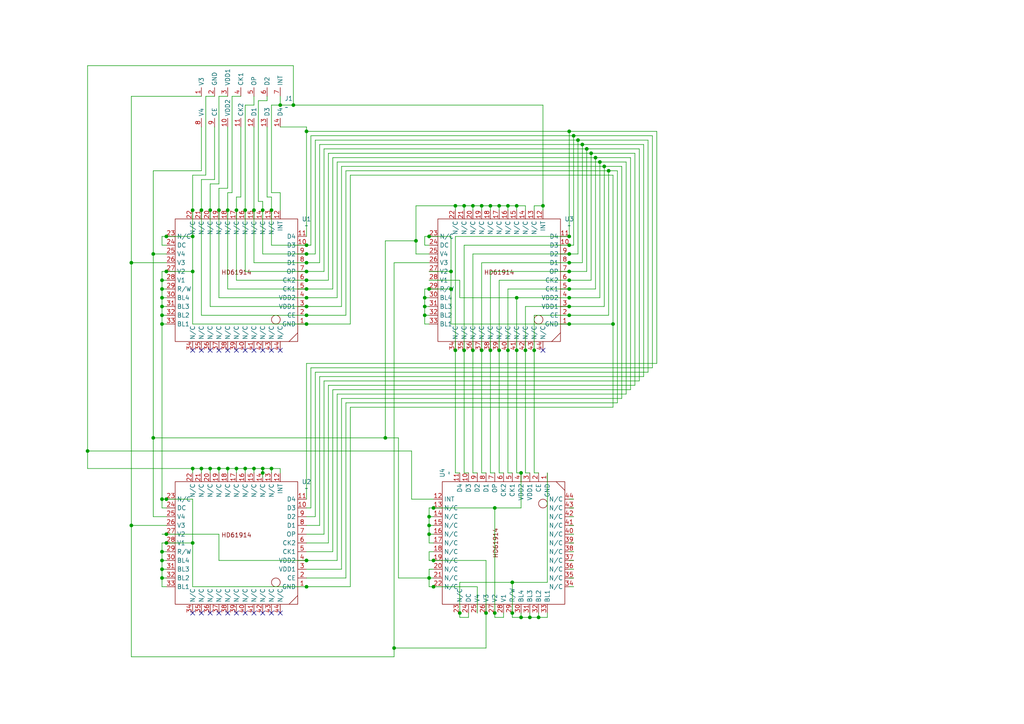
<source format=kicad_sch>
(kicad_sch
	(version 20250114)
	(generator "eeschema")
	(generator_version "9.0")
	(uuid "34140f3c-3f5a-481a-a223-c6af124ee806")
	(paper "A4")
	(title_block
		(title "CASIO OR-4")
		(date "11/10/2024")
		(rev "1.0")
	)
	(lib_symbols
		(symbol "Custom_Retro_Chips:CASIO_RAM_Pin_Header"
			(exclude_from_sim no)
			(in_bom yes)
			(on_board yes)
			(property "Reference" "J"
				(at 0 10.414 0)
				(effects
					(font
						(size 1.27 1.27)
					)
				)
			)
			(property "Value" ""
				(at 0 0 0)
				(effects
					(font
						(size 1.27 1.27)
					)
				)
			)
			(property "Footprint" ""
				(at 0 0 0)
				(effects
					(font
						(size 1.27 1.27)
					)
					(hide yes)
				)
			)
			(property "Datasheet" ""
				(at 0 0 0)
				(effects
					(font
						(size 1.27 1.27)
					)
					(hide yes)
				)
			)
			(property "Description" ""
				(at 0 0 0)
				(effects
					(font
						(size 1.27 1.27)
					)
					(hide yes)
				)
			)
			(symbol "CASIO_RAM_Pin_Header_1_1"
				(pin input line
					(at -11.43 2.54 90)
					(length 2.54)
					(name "V3"
						(effects
							(font
								(size 1.27 1.27)
							)
						)
					)
					(number "1"
						(effects
							(font
								(size 1.27 1.27)
							)
						)
					)
				)
				(pin input line
					(at -11.43 -6.35 90)
					(length 2.54)
					(name "V4"
						(effects
							(font
								(size 1.27 1.27)
							)
						)
					)
					(number "8"
						(effects
							(font
								(size 1.27 1.27)
							)
						)
					)
				)
				(pin power_in line
					(at -7.62 2.54 90)
					(length 2.54)
					(name "GND"
						(effects
							(font
								(size 1.27 1.27)
							)
						)
					)
					(number "2"
						(effects
							(font
								(size 1.27 1.27)
							)
						)
					)
				)
				(pin input line
					(at -7.62 -6.35 90)
					(length 2.54)
					(name "CE"
						(effects
							(font
								(size 1.27 1.27)
							)
						)
					)
					(number "9"
						(effects
							(font
								(size 1.27 1.27)
							)
						)
					)
				)
				(pin power_in line
					(at -3.81 2.54 90)
					(length 2.54)
					(name "VDD1"
						(effects
							(font
								(size 1.27 1.27)
							)
						)
					)
					(number "3"
						(effects
							(font
								(size 1.27 1.27)
							)
						)
					)
				)
				(pin power_in line
					(at -3.81 -6.35 90)
					(length 2.54)
					(name "VDD2"
						(effects
							(font
								(size 1.27 1.27)
							)
						)
					)
					(number "10"
						(effects
							(font
								(size 1.27 1.27)
							)
						)
					)
				)
				(pin input line
					(at 0 2.54 90)
					(length 2.54)
					(name "CK1"
						(effects
							(font
								(size 1.27 1.27)
							)
						)
					)
					(number "4"
						(effects
							(font
								(size 1.27 1.27)
							)
						)
					)
				)
				(pin input line
					(at 0 -6.35 90)
					(length 2.54)
					(name "CK2"
						(effects
							(font
								(size 1.27 1.27)
							)
						)
					)
					(number "11"
						(effects
							(font
								(size 1.27 1.27)
							)
						)
					)
				)
				(pin input line
					(at 3.81 2.54 90)
					(length 2.54)
					(name "OP"
						(effects
							(font
								(size 1.27 1.27)
							)
						)
					)
					(number "5"
						(effects
							(font
								(size 1.27 1.27)
							)
						)
					)
				)
				(pin bidirectional line
					(at 3.81 -6.35 90)
					(length 2.54)
					(name "D1"
						(effects
							(font
								(size 1.27 1.27)
							)
						)
					)
					(number "12"
						(effects
							(font
								(size 1.27 1.27)
							)
						)
					)
				)
				(pin bidirectional line
					(at 7.62 2.54 90)
					(length 2.54)
					(name "D2"
						(effects
							(font
								(size 1.27 1.27)
							)
						)
					)
					(number "6"
						(effects
							(font
								(size 1.27 1.27)
							)
						)
					)
				)
				(pin bidirectional line
					(at 7.62 -6.35 90)
					(length 2.54)
					(name "D3"
						(effects
							(font
								(size 1.27 1.27)
							)
						)
					)
					(number "13"
						(effects
							(font
								(size 1.27 1.27)
							)
						)
					)
				)
				(pin input line
					(at 11.43 2.54 90)
					(length 2.54)
					(name "INT"
						(effects
							(font
								(size 1.27 1.27)
							)
						)
					)
					(number "7"
						(effects
							(font
								(size 1.27 1.27)
							)
						)
					)
				)
				(pin bidirectional line
					(at 11.43 -6.35 90)
					(length 2.54)
					(name "D4"
						(effects
							(font
								(size 1.27 1.27)
							)
						)
					)
					(number "14"
						(effects
							(font
								(size 1.27 1.27)
							)
						)
					)
				)
			)
			(embedded_fonts no)
		)
		(symbol "Custom_Retro_Chips:HD61914"
			(exclude_from_sim no)
			(in_bom yes)
			(on_board yes)
			(property "Reference" "U"
				(at 0 0 0)
				(effects
					(font
						(size 1.27 1.27)
					)
				)
			)
			(property "Value" ""
				(at 0 -16.256 0)
				(effects
					(font
						(size 1.27 1.27)
					)
				)
			)
			(property "Footprint" ""
				(at 0 -16.256 0)
				(effects
					(font
						(size 1.27 1.27)
					)
					(hide yes)
				)
			)
			(property "Datasheet" ""
				(at 0 -16.256 0)
				(effects
					(font
						(size 1.27 1.27)
					)
					(hide yes)
				)
			)
			(property "Description" ""
				(at 0 -16.256 0)
				(effects
					(font
						(size 1.27 1.27)
					)
					(hide yes)
				)
			)
			(symbol "HD61914_0_1"
				(rectangle
					(start -17.78 17.78)
					(end 17.78 -17.78)
					(stroke
						(width 0)
						(type default)
					)
					(fill
						(type none)
					)
				)
				(circle
					(center 11.43 -11.43)
					(radius 1.27)
					(stroke
						(width 0)
						(type default)
					)
					(fill
						(type none)
					)
				)
				(polyline
					(pts
						(xy 15.24 -17.78) (xy 17.78 -15.24)
					)
					(stroke
						(width 0)
						(type default)
					)
					(fill
						(type none)
					)
				)
			)
			(symbol "HD61914_1_1"
				(text "HD61914"
					(at 0 2.286 0)
					(effects
						(font
							(size 1.27 1.27)
						)
					)
				)
				(pin passive line
					(at -20.32 12.7 0)
					(length 2.54)
					(name "N/C"
						(effects
							(font
								(size 1.27 1.27)
							)
						)
					)
					(number "23"
						(effects
							(font
								(size 1.27 1.27)
							)
						)
					)
				)
				(pin input line
					(at -20.32 10.16 0)
					(length 2.54)
					(name "DC"
						(effects
							(font
								(size 1.27 1.27)
							)
						)
					)
					(number "24"
						(effects
							(font
								(size 1.27 1.27)
							)
						)
					)
				)
				(pin input line
					(at -20.32 7.62 0)
					(length 2.54)
					(name "V4"
						(effects
							(font
								(size 1.27 1.27)
							)
						)
					)
					(number "25"
						(effects
							(font
								(size 1.27 1.27)
							)
						)
					)
				)
				(pin input line
					(at -20.32 5.08 0)
					(length 2.54)
					(name "V3"
						(effects
							(font
								(size 1.27 1.27)
							)
						)
					)
					(number "26"
						(effects
							(font
								(size 1.27 1.27)
							)
						)
					)
				)
				(pin input line
					(at -20.32 2.54 0)
					(length 2.54)
					(name "V2"
						(effects
							(font
								(size 1.27 1.27)
							)
						)
					)
					(number "27"
						(effects
							(font
								(size 1.27 1.27)
							)
						)
					)
				)
				(pin input line
					(at -20.32 0 0)
					(length 2.54)
					(name "V1"
						(effects
							(font
								(size 1.27 1.27)
							)
						)
					)
					(number "28"
						(effects
							(font
								(size 1.27 1.27)
							)
						)
					)
				)
				(pin input line
					(at -20.32 -2.54 0)
					(length 2.54)
					(name "R/W"
						(effects
							(font
								(size 1.27 1.27)
							)
						)
					)
					(number "29"
						(effects
							(font
								(size 1.27 1.27)
							)
						)
					)
				)
				(pin input line
					(at -20.32 -5.08 0)
					(length 2.54)
					(name "BL4"
						(effects
							(font
								(size 1.27 1.27)
							)
						)
					)
					(number "30"
						(effects
							(font
								(size 1.27 1.27)
							)
						)
					)
				)
				(pin input line
					(at -20.32 -7.62 0)
					(length 2.54)
					(name "BL3"
						(effects
							(font
								(size 1.27 1.27)
							)
						)
					)
					(number "31"
						(effects
							(font
								(size 1.27 1.27)
							)
						)
					)
				)
				(pin input line
					(at -20.32 -10.16 0)
					(length 2.54)
					(name "BL2"
						(effects
							(font
								(size 1.27 1.27)
							)
						)
					)
					(number "32"
						(effects
							(font
								(size 1.27 1.27)
							)
						)
					)
				)
				(pin input line
					(at -20.32 -12.7 0)
					(length 2.54)
					(name "BL1"
						(effects
							(font
								(size 1.27 1.27)
							)
						)
					)
					(number "33"
						(effects
							(font
								(size 1.27 1.27)
							)
						)
					)
				)
				(pin passive line
					(at -12.7 20.32 270)
					(length 2.54)
					(name "N/C"
						(effects
							(font
								(size 1.27 1.27)
							)
						)
					)
					(number "22"
						(effects
							(font
								(size 1.27 1.27)
							)
						)
					)
				)
				(pin passive line
					(at -12.7 -20.32 90)
					(length 2.54)
					(name "N/C"
						(effects
							(font
								(size 1.27 1.27)
							)
						)
					)
					(number "34"
						(effects
							(font
								(size 1.27 1.27)
							)
						)
					)
				)
				(pin passive line
					(at -10.16 20.32 270)
					(length 2.54)
					(name "N/C"
						(effects
							(font
								(size 1.27 1.27)
							)
						)
					)
					(number "21"
						(effects
							(font
								(size 1.27 1.27)
							)
						)
					)
				)
				(pin passive line
					(at -10.16 -20.32 90)
					(length 2.54)
					(name "N/C"
						(effects
							(font
								(size 1.27 1.27)
							)
						)
					)
					(number "35"
						(effects
							(font
								(size 1.27 1.27)
							)
						)
					)
				)
				(pin passive line
					(at -7.62 20.32 270)
					(length 2.54)
					(name "N/C"
						(effects
							(font
								(size 1.27 1.27)
							)
						)
					)
					(number "20"
						(effects
							(font
								(size 1.27 1.27)
							)
						)
					)
				)
				(pin passive line
					(at -7.62 -20.32 90)
					(length 2.54)
					(name "N/C"
						(effects
							(font
								(size 1.27 1.27)
							)
						)
					)
					(number "36"
						(effects
							(font
								(size 1.27 1.27)
							)
						)
					)
				)
				(pin passive line
					(at -5.08 20.32 270)
					(length 2.54)
					(name "N/C"
						(effects
							(font
								(size 1.27 1.27)
							)
						)
					)
					(number "19"
						(effects
							(font
								(size 1.27 1.27)
							)
						)
					)
				)
				(pin passive line
					(at -5.08 -20.32 90)
					(length 2.54)
					(name "N/C"
						(effects
							(font
								(size 1.27 1.27)
							)
						)
					)
					(number "37"
						(effects
							(font
								(size 1.27 1.27)
							)
						)
					)
				)
				(pin passive line
					(at -2.54 20.32 270)
					(length 2.54)
					(name "N/C"
						(effects
							(font
								(size 1.27 1.27)
							)
						)
					)
					(number "18"
						(effects
							(font
								(size 1.27 1.27)
							)
						)
					)
				)
				(pin passive line
					(at -2.54 -20.32 90)
					(length 2.54)
					(name "N/C"
						(effects
							(font
								(size 1.27 1.27)
							)
						)
					)
					(number "38"
						(effects
							(font
								(size 1.27 1.27)
							)
						)
					)
				)
				(pin passive line
					(at 0 20.32 270)
					(length 2.54)
					(name "N/C"
						(effects
							(font
								(size 1.27 1.27)
							)
						)
					)
					(number "17"
						(effects
							(font
								(size 1.27 1.27)
							)
						)
					)
				)
				(pin passive line
					(at 0 -20.32 90)
					(length 2.54)
					(name "N/C"
						(effects
							(font
								(size 1.27 1.27)
							)
						)
					)
					(number "39"
						(effects
							(font
								(size 1.27 1.27)
							)
						)
					)
				)
				(pin passive line
					(at 2.54 20.32 270)
					(length 2.54)
					(name "N/C"
						(effects
							(font
								(size 1.27 1.27)
							)
						)
					)
					(number "16"
						(effects
							(font
								(size 1.27 1.27)
							)
						)
					)
				)
				(pin passive line
					(at 2.54 -20.32 90)
					(length 2.54)
					(name "N/C"
						(effects
							(font
								(size 1.27 1.27)
							)
						)
					)
					(number "40"
						(effects
							(font
								(size 1.27 1.27)
							)
						)
					)
				)
				(pin passive line
					(at 5.08 20.32 270)
					(length 2.54)
					(name "N/C"
						(effects
							(font
								(size 1.27 1.27)
							)
						)
					)
					(number "15"
						(effects
							(font
								(size 1.27 1.27)
							)
						)
					)
				)
				(pin passive line
					(at 5.08 -20.32 90)
					(length 2.54)
					(name "N/C"
						(effects
							(font
								(size 1.27 1.27)
							)
						)
					)
					(number "41"
						(effects
							(font
								(size 1.27 1.27)
							)
						)
					)
				)
				(pin passive line
					(at 7.62 20.32 270)
					(length 2.54)
					(name "N/C"
						(effects
							(font
								(size 1.27 1.27)
							)
						)
					)
					(number "14"
						(effects
							(font
								(size 1.27 1.27)
							)
						)
					)
				)
				(pin passive line
					(at 7.62 -20.32 90)
					(length 2.54)
					(name "N/C"
						(effects
							(font
								(size 1.27 1.27)
							)
						)
					)
					(number "42"
						(effects
							(font
								(size 1.27 1.27)
							)
						)
					)
				)
				(pin passive line
					(at 10.16 20.32 270)
					(length 2.54)
					(name "N/C"
						(effects
							(font
								(size 1.27 1.27)
							)
						)
					)
					(number "13"
						(effects
							(font
								(size 1.27 1.27)
							)
						)
					)
				)
				(pin passive line
					(at 10.16 -20.32 90)
					(length 2.54)
					(name "N/C"
						(effects
							(font
								(size 1.27 1.27)
							)
						)
					)
					(number "43"
						(effects
							(font
								(size 1.27 1.27)
							)
						)
					)
				)
				(pin input line
					(at 12.7 20.32 270)
					(length 2.54)
					(name "INT"
						(effects
							(font
								(size 1.27 1.27)
							)
						)
					)
					(number "12"
						(effects
							(font
								(size 1.27 1.27)
							)
						)
					)
				)
				(pin passive line
					(at 12.7 -20.32 90)
					(length 2.54)
					(name "N/C"
						(effects
							(font
								(size 1.27 1.27)
							)
						)
					)
					(number "44"
						(effects
							(font
								(size 1.27 1.27)
							)
						)
					)
				)
				(pin bidirectional line
					(at 20.32 12.7 180)
					(length 2.54)
					(name "D4"
						(effects
							(font
								(size 1.27 1.27)
							)
						)
					)
					(number "11"
						(effects
							(font
								(size 1.27 1.27)
							)
						)
					)
				)
				(pin bidirectional line
					(at 20.32 10.16 180)
					(length 2.54)
					(name "D3"
						(effects
							(font
								(size 1.27 1.27)
							)
						)
					)
					(number "10"
						(effects
							(font
								(size 1.27 1.27)
							)
						)
					)
				)
				(pin bidirectional line
					(at 20.32 7.62 180)
					(length 2.54)
					(name "D2"
						(effects
							(font
								(size 1.27 1.27)
							)
						)
					)
					(number "9"
						(effects
							(font
								(size 1.27 1.27)
							)
						)
					)
				)
				(pin bidirectional line
					(at 20.32 5.08 180)
					(length 2.54)
					(name "D1"
						(effects
							(font
								(size 1.27 1.27)
							)
						)
					)
					(number "8"
						(effects
							(font
								(size 1.27 1.27)
							)
						)
					)
				)
				(pin input line
					(at 20.32 2.54 180)
					(length 2.54)
					(name "OP"
						(effects
							(font
								(size 1.27 1.27)
							)
						)
					)
					(number "7"
						(effects
							(font
								(size 1.27 1.27)
							)
						)
					)
				)
				(pin input line
					(at 20.32 0 180)
					(length 2.54)
					(name "CK2"
						(effects
							(font
								(size 1.27 1.27)
							)
						)
					)
					(number "6"
						(effects
							(font
								(size 1.27 1.27)
							)
						)
					)
				)
				(pin input line
					(at 20.32 -2.54 180)
					(length 2.54)
					(name "CK1"
						(effects
							(font
								(size 1.27 1.27)
							)
						)
					)
					(number "5"
						(effects
							(font
								(size 1.27 1.27)
							)
						)
					)
				)
				(pin power_in line
					(at 20.32 -5.08 180)
					(length 2.54)
					(name "VDD2"
						(effects
							(font
								(size 1.27 1.27)
							)
						)
					)
					(number "4"
						(effects
							(font
								(size 1.27 1.27)
							)
						)
					)
				)
				(pin power_in line
					(at 20.32 -7.62 180)
					(length 2.54)
					(name "VDD1"
						(effects
							(font
								(size 1.27 1.27)
							)
						)
					)
					(number "3"
						(effects
							(font
								(size 1.27 1.27)
							)
						)
					)
				)
				(pin input line
					(at 20.32 -10.16 180)
					(length 2.54)
					(name "CE"
						(effects
							(font
								(size 1.27 1.27)
							)
						)
					)
					(number "2"
						(effects
							(font
								(size 1.27 1.27)
							)
						)
					)
				)
				(pin power_in line
					(at 20.32 -12.7 180)
					(length 2.54)
					(name "GND"
						(effects
							(font
								(size 1.27 1.27)
							)
						)
					)
					(number "1"
						(effects
							(font
								(size 1.27 1.27)
							)
						)
					)
				)
			)
			(embedded_fonts no)
		)
	)
	(junction
		(at 125.73 147.32)
		(diameter 0)
		(color 0 0 0 0)
		(uuid "01429882-aefc-4d64-86ef-277754c7fba5")
	)
	(junction
		(at 130.81 78.74)
		(diameter 0)
		(color 0 0 0 0)
		(uuid "01fc3db2-bd49-4028-aa84-8761c70cbc35")
	)
	(junction
		(at 88.9 93.98)
		(diameter 0)
		(color 0 0 0 0)
		(uuid "02315e0f-e5da-4cbe-8f9a-8ff597f464ba")
	)
	(junction
		(at 167.64 40.64)
		(diameter 0)
		(color 0 0 0 0)
		(uuid "035c9af7-29b0-497f-8cec-a2ddf5ab47d7")
	)
	(junction
		(at 55.88 157.48)
		(diameter 0)
		(color 0 0 0 0)
		(uuid "0458271a-11ca-4391-a14e-68e314e028d9")
	)
	(junction
		(at 73.66 135.89)
		(diameter 0)
		(color 0 0 0 0)
		(uuid "05e390b1-6a5d-4b2a-9387-5feca2513016")
	)
	(junction
		(at 48.26 144.78)
		(diameter 0)
		(color 0 0 0 0)
		(uuid "06755a47-bf0f-4e0a-ba21-572af3b2f6b3")
	)
	(junction
		(at 76.2 60.96)
		(diameter 0)
		(color 0 0 0 0)
		(uuid "0676aefe-3302-4eca-910c-21ec0c2d6289")
	)
	(junction
		(at 78.74 135.89)
		(diameter 0)
		(color 0 0 0 0)
		(uuid "0741e41e-a091-4288-9b01-c370bb25707f")
	)
	(junction
		(at 55.88 78.74)
		(diameter 0)
		(color 0 0 0 0)
		(uuid "0b6424a0-ceda-4885-b292-3518cac5c691")
	)
	(junction
		(at 48.26 157.48)
		(diameter 0)
		(color 0 0 0 0)
		(uuid "0cedd807-ada1-4bc6-8e0f-5ec8cc3576ea")
	)
	(junction
		(at 165.1 93.98)
		(diameter 0)
		(color 0 0 0 0)
		(uuid "0e1f2ce2-e6b5-4649-bdc0-f4b04dcf0da9")
	)
	(junction
		(at 60.96 135.89)
		(diameter 0)
		(color 0 0 0 0)
		(uuid "11969195-c999-495f-966e-d1861d1b2ce2")
	)
	(junction
		(at 176.53 49.53)
		(diameter 0)
		(color 0 0 0 0)
		(uuid "12069f2b-16a7-4278-989d-ec94392dc75c")
	)
	(junction
		(at 88.9 76.2)
		(diameter 0)
		(color 0 0 0 0)
		(uuid "14c86b27-a39b-4a8a-90ed-4411736b45d7")
	)
	(junction
		(at 140.97 177.8)
		(diameter 0)
		(color 0 0 0 0)
		(uuid "17991820-ecb7-4afc-8975-7495a76f848b")
	)
	(junction
		(at 46.99 160.02)
		(diameter 0)
		(color 0 0 0 0)
		(uuid "17b921fd-10f8-4eb8-b88b-38e70d2448bd")
	)
	(junction
		(at 132.08 101.6)
		(diameter 0)
		(color 0 0 0 0)
		(uuid "194fd8a0-c408-4651-9fcc-f958793d2a6a")
	)
	(junction
		(at 48.26 78.74)
		(diameter 0)
		(color 0 0 0 0)
		(uuid "1d86d650-33ac-400a-9602-c04db437a28d")
	)
	(junction
		(at 147.32 101.6)
		(diameter 0)
		(color 0 0 0 0)
		(uuid "1e502ed7-23ea-44fc-b68a-c08a229fd846")
	)
	(junction
		(at 46.99 86.36)
		(diameter 0)
		(color 0 0 0 0)
		(uuid "1e62690c-f382-4327-97c6-99315a134e1f")
	)
	(junction
		(at 48.26 68.58)
		(diameter 0)
		(color 0 0 0 0)
		(uuid "20b9d558-4587-48e8-b451-2d1edc95ccca")
	)
	(junction
		(at 66.04 135.89)
		(diameter 0)
		(color 0 0 0 0)
		(uuid "20cfbfc7-89a2-475c-8bd2-5acc5522d82d")
	)
	(junction
		(at 81.28 30.48)
		(diameter 0)
		(color 0 0 0 0)
		(uuid "2249fd4f-c4b6-4cb0-86ed-4a6bc6fd3338")
	)
	(junction
		(at 148.59 168.91)
		(diameter 0)
		(color 0 0 0 0)
		(uuid "224a6f52-aa49-4467-8f3e-39698d000ea6")
	)
	(junction
		(at 130.81 83.82)
		(diameter 0)
		(color 0 0 0 0)
		(uuid "241be40f-055b-4182-9d11-a7ced2f9c692")
	)
	(junction
		(at 88.9 73.66)
		(diameter 0)
		(color 0 0 0 0)
		(uuid "2918ce32-dbc5-4a3e-89e9-0dedf8725a61")
	)
	(junction
		(at 48.26 154.94)
		(diameter 0)
		(color 0 0 0 0)
		(uuid "2accc9b1-c69d-4246-8f25-6691b076253d")
	)
	(junction
		(at 66.04 60.96)
		(diameter 0)
		(color 0 0 0 0)
		(uuid "2c799b34-0f77-4450-8686-43144c94d7c3")
	)
	(junction
		(at 55.88 68.58)
		(diameter 0)
		(color 0 0 0 0)
		(uuid "2ea56455-5244-4320-abb8-238ac3354928")
	)
	(junction
		(at 142.24 101.6)
		(diameter 0)
		(color 0 0 0 0)
		(uuid "2f08acf5-1352-4c30-9f04-d305299adb1f")
	)
	(junction
		(at 55.88 60.96)
		(diameter 0)
		(color 0 0 0 0)
		(uuid "32eb5d6b-7eef-49f0-8169-419e6a5f367b")
	)
	(junction
		(at 153.67 179.07)
		(diameter 0)
		(color 0 0 0 0)
		(uuid "33b72a32-3b0a-4de1-8a52-1e8f6139cc73")
	)
	(junction
		(at 173.99 46.99)
		(diameter 0)
		(color 0 0 0 0)
		(uuid "3ac4281c-234c-4405-9a16-7f060d50d0e4")
	)
	(junction
		(at 142.24 59.69)
		(diameter 0)
		(color 0 0 0 0)
		(uuid "3adef587-fb79-421d-961b-e9e4895bd6b0")
	)
	(junction
		(at 46.99 165.1)
		(diameter 0)
		(color 0 0 0 0)
		(uuid "3b54a388-a881-478b-9c4b-d971f5f78095")
	)
	(junction
		(at 44.45 73.66)
		(diameter 0)
		(color 0 0 0 0)
		(uuid "3b9d9179-b3c6-4a5b-b75c-c60432bb4765")
	)
	(junction
		(at 175.26 48.26)
		(diameter 0)
		(color 0 0 0 0)
		(uuid "3f438a1a-e35f-4629-bc60-b2d6f88ff9d5")
	)
	(junction
		(at 71.12 135.89)
		(diameter 0)
		(color 0 0 0 0)
		(uuid "420bcb58-5377-4dc5-a0da-b73d344a2cc3")
	)
	(junction
		(at 170.18 43.18)
		(diameter 0)
		(color 0 0 0 0)
		(uuid "4451b105-7c75-479a-b68a-7ec0b66cf585")
	)
	(junction
		(at 165.1 71.12)
		(diameter 0)
		(color 0 0 0 0)
		(uuid "4aff0c86-243f-4834-aeaa-9a47ee6fd5bb")
	)
	(junction
		(at 114.3 187.96)
		(diameter 0)
		(color 0 0 0 0)
		(uuid "4c1ec648-0221-4f31-8ee5-5f974b20506a")
	)
	(junction
		(at 144.78 59.69)
		(diameter 0)
		(color 0 0 0 0)
		(uuid "4c7bb4ff-d69f-4391-b6a9-5dce00caba05")
	)
	(junction
		(at 76.2 137.16)
		(diameter 0)
		(color 0 0 0 0)
		(uuid "4eb25999-bd61-47d9-9e39-3fb39a28ffcb")
	)
	(junction
		(at 44.45 127)
		(diameter 0)
		(color 0 0 0 0)
		(uuid "512c46d1-73c7-4385-823d-c408296c9b82")
	)
	(junction
		(at 58.42 60.96)
		(diameter 0)
		(color 0 0 0 0)
		(uuid "5f297b12-b448-43e9-86d8-6f8ed87be140")
	)
	(junction
		(at 151.13 179.07)
		(diameter 0)
		(color 0 0 0 0)
		(uuid "5fa4ae52-6195-4469-b7c5-7cc28a9ece90")
	)
	(junction
		(at 168.91 41.91)
		(diameter 0)
		(color 0 0 0 0)
		(uuid "5ffcf772-e122-4e76-a518-5724bfc79948")
	)
	(junction
		(at 73.66 60.96)
		(diameter 0)
		(color 0 0 0 0)
		(uuid "643136d4-c581-4ea4-a8a0-bd072e427f9e")
	)
	(junction
		(at 137.16 59.69)
		(diameter 0)
		(color 0 0 0 0)
		(uuid "6548c27b-ddbc-485f-a8c2-71701212438e")
	)
	(junction
		(at 147.32 59.69)
		(diameter 0)
		(color 0 0 0 0)
		(uuid "68de2855-1910-4de7-97b1-cf48ba21ebf5")
	)
	(junction
		(at 63.5 135.89)
		(diameter 0)
		(color 0 0 0 0)
		(uuid "6a52ba86-c35a-494c-8b3b-3b633e0f1327")
	)
	(junction
		(at 148.59 177.8)
		(diameter 0)
		(color 0 0 0 0)
		(uuid "6b05734b-45c3-4328-bf5a-84e9b053d696")
	)
	(junction
		(at 165.1 73.66)
		(diameter 0)
		(color 0 0 0 0)
		(uuid "6ccb2316-c67c-49aa-8bf1-418ce1b1c7ed")
	)
	(junction
		(at 124.46 167.64)
		(diameter 0)
		(color 0 0 0 0)
		(uuid "7486e751-1188-474f-85bd-517297257742")
	)
	(junction
		(at 60.96 60.96)
		(diameter 0)
		(color 0 0 0 0)
		(uuid "7488af18-0e7b-439a-9be8-52cfb26df563")
	)
	(junction
		(at 46.99 91.44)
		(diameter 0)
		(color 0 0 0 0)
		(uuid "75713ee7-d75d-43ed-9f70-dc1f982da072")
	)
	(junction
		(at 134.62 59.69)
		(diameter 0)
		(color 0 0 0 0)
		(uuid "762a14a2-5d33-4335-a35c-9c9410971625")
	)
	(junction
		(at 46.99 144.78)
		(diameter 0)
		(color 0 0 0 0)
		(uuid "76ecbff3-53e1-40b6-aebc-539e1831dd07")
	)
	(junction
		(at 46.99 93.98)
		(diameter 0)
		(color 0 0 0 0)
		(uuid "786686f2-b05e-4a23-bfca-8b925904915c")
	)
	(junction
		(at 165.1 78.74)
		(diameter 0)
		(color 0 0 0 0)
		(uuid "796b45b2-2c2e-4221-8446-a5f198b22635")
	)
	(junction
		(at 88.9 81.28)
		(diameter 0)
		(color 0 0 0 0)
		(uuid "79fc1920-2e3f-4314-b1d0-f2f027978627")
	)
	(junction
		(at 165.1 76.2)
		(diameter 0)
		(color 0 0 0 0)
		(uuid "7a922d54-aea7-4780-a0b0-b2c570ed9025")
	)
	(junction
		(at 78.74 60.96)
		(diameter 0)
		(color 0 0 0 0)
		(uuid "7bd3b6ce-1e5c-4678-a8ed-d4bd0cec7339")
	)
	(junction
		(at 46.99 81.28)
		(diameter 0)
		(color 0 0 0 0)
		(uuid "7c7917da-930d-4006-9399-145e092db1be")
	)
	(junction
		(at 88.9 83.82)
		(diameter 0)
		(color 0 0 0 0)
		(uuid "7e5bc356-7214-45a8-8754-18069db193e7")
	)
	(junction
		(at 139.7 101.6)
		(diameter 0)
		(color 0 0 0 0)
		(uuid "812d1265-7e0d-476f-b80d-fe34f8e3dfc4")
	)
	(junction
		(at 46.99 88.9)
		(diameter 0)
		(color 0 0 0 0)
		(uuid "85990707-96da-403f-816c-263fc7da6f61")
	)
	(junction
		(at 143.51 147.32)
		(diameter 0)
		(color 0 0 0 0)
		(uuid "869f2ecf-1504-435c-a59c-c7a3b8606f14")
	)
	(junction
		(at 124.46 152.4)
		(diameter 0)
		(color 0 0 0 0)
		(uuid "86ec0e28-906a-4dc1-8bce-2eba53082369")
	)
	(junction
		(at 165.1 81.28)
		(diameter 0)
		(color 0 0 0 0)
		(uuid "90278cea-f820-4a5f-8390-97e654c015f9")
	)
	(junction
		(at 76.2 135.89)
		(diameter 0)
		(color 0 0 0 0)
		(uuid "931c2ee0-c6bc-485d-90bf-952293528e3f")
	)
	(junction
		(at 38.1 152.4)
		(diameter 0)
		(color 0 0 0 0)
		(uuid "9478ac80-d78b-4d1e-83b9-267e31d07137")
	)
	(junction
		(at 88.9 86.36)
		(diameter 0)
		(color 0 0 0 0)
		(uuid "94a51a29-dc45-4ee2-84c0-103d165308c8")
	)
	(junction
		(at 152.4 101.6)
		(diameter 0)
		(color 0 0 0 0)
		(uuid "99e23448-ec6a-488c-9e47-2130eb96d2ab")
	)
	(junction
		(at 144.78 101.6)
		(diameter 0)
		(color 0 0 0 0)
		(uuid "9c16e1d4-bc91-47fe-a95e-8a5d26db770c")
	)
	(junction
		(at 139.7 59.69)
		(diameter 0)
		(color 0 0 0 0)
		(uuid "9cd02ab8-08a7-4a21-85fc-2795d0b5de9c")
	)
	(junction
		(at 63.5 60.96)
		(diameter 0)
		(color 0 0 0 0)
		(uuid "9e089e56-ac04-4bd2-b16b-c1bd7cc3f90f")
	)
	(junction
		(at 149.86 101.6)
		(diameter 0)
		(color 0 0 0 0)
		(uuid "9e110930-c405-47a3-bf56-e4a049af7c43")
	)
	(junction
		(at 154.94 101.6)
		(diameter 0)
		(color 0 0 0 0)
		(uuid "9f750799-f213-488a-8e7b-a8d9b74d7d20")
	)
	(junction
		(at 132.08 59.69)
		(diameter 0)
		(color 0 0 0 0)
		(uuid "a73aa617-4345-4de8-be83-8315a8acfb70")
	)
	(junction
		(at 125.73 170.18)
		(diameter 0)
		(color 0 0 0 0)
		(uuid "a7bb176f-7d64-4aa1-846c-c1133734a139")
	)
	(junction
		(at 88.9 170.18)
		(diameter 0)
		(color 0 0 0 0)
		(uuid "a943b284-54fa-4775-b781-f20f66366e04")
	)
	(junction
		(at 68.58 60.96)
		(diameter 0)
		(color 0 0 0 0)
		(uuid "ab57d2dd-4411-4745-ad2d-c6f83b742994")
	)
	(junction
		(at 68.58 135.89)
		(diameter 0)
		(color 0 0 0 0)
		(uuid "abe1267f-c346-432a-81c1-2dbfa67f2eda")
	)
	(junction
		(at 88.9 88.9)
		(diameter 0)
		(color 0 0 0 0)
		(uuid "ada4a866-c754-4a81-9d2f-a6c8d74bc0fd")
	)
	(junction
		(at 88.9 91.44)
		(diameter 0)
		(color 0 0 0 0)
		(uuid "aec08b78-7ad0-41ed-a66b-2b8566d8ff8f")
	)
	(junction
		(at 88.9 38.1)
		(diameter 0)
		(color 0 0 0 0)
		(uuid "b0cdb06d-103e-4fa5-81f1-f15d45660ca9")
	)
	(junction
		(at 88.9 78.74)
		(diameter 0)
		(color 0 0 0 0)
		(uuid "b1b2a9c7-5657-4559-911c-4f3c7dc5d9cc")
	)
	(junction
		(at 157.48 59.69)
		(diameter 0)
		(color 0 0 0 0)
		(uuid "b470bbc0-f0bb-43ca-bc40-e2d9116ef1bf")
	)
	(junction
		(at 46.99 83.82)
		(diameter 0)
		(color 0 0 0 0)
		(uuid "b481eaf9-cf7e-48ce-9081-ee469592f578")
	)
	(junction
		(at 85.09 30.48)
		(diameter 0)
		(color 0 0 0 0)
		(uuid "b53419c0-08cb-4ff6-8d78-1d16e2e01ff9")
	)
	(junction
		(at 88.9 71.12)
		(diameter 0)
		(color 0 0 0 0)
		(uuid "b75f5cc7-5b78-4958-aaa0-c78b03bd6bf1")
	)
	(junction
		(at 137.16 101.6)
		(diameter 0)
		(color 0 0 0 0)
		(uuid "b77e5fcd-dc1a-41ce-8085-4f93cc6597ce")
	)
	(junction
		(at 133.35 177.8)
		(diameter 0)
		(color 0 0 0 0)
		(uuid "b83f9087-15ae-4cc7-854f-c2cb522dc782")
	)
	(junction
		(at 172.72 45.72)
		(diameter 0)
		(color 0 0 0 0)
		(uuid "b9a6363e-3c94-4c6a-a4ec-f9782991818c")
	)
	(junction
		(at 38.1 76.2)
		(diameter 0)
		(color 0 0 0 0)
		(uuid "bbac6d07-d743-48cc-89f7-0104984f80eb")
	)
	(junction
		(at 124.46 154.94)
		(diameter 0)
		(color 0 0 0 0)
		(uuid "bcddb70d-6b2e-4f48-8807-1b97764c4b1c")
	)
	(junction
		(at 151.13 137.16)
		(diameter 0)
		(color 0 0 0 0)
		(uuid "bd37094e-720a-40e6-ab37-007cb693cd4c")
	)
	(junction
		(at 123.19 88.9)
		(diameter 0)
		(color 0 0 0 0)
		(uuid "c17e9aa7-3262-4a01-8058-af201b06fa04")
	)
	(junction
		(at 171.45 44.45)
		(diameter 0)
		(color 0 0 0 0)
		(uuid "c18a0abb-1e18-48cb-819a-829d1edb381e")
	)
	(junction
		(at 71.12 60.96)
		(diameter 0)
		(color 0 0 0 0)
		(uuid "c2b4223f-27ce-4751-aee1-78a40b96e643")
	)
	(junction
		(at 58.42 135.89)
		(diameter 0)
		(color 0 0 0 0)
		(uuid "c3f9e59f-39e8-435c-a087-0c35101b2fe6")
	)
	(junction
		(at 143.51 177.8)
		(diameter 0)
		(color 0 0 0 0)
		(uuid "c4f52743-6016-4285-80cd-6d701b9117d7")
	)
	(junction
		(at 165.1 83.82)
		(diameter 0)
		(color 0 0 0 0)
		(uuid "caeacf2b-7c23-4c5f-8085-c2eb6c739601")
	)
	(junction
		(at 46.99 162.56)
		(diameter 0)
		(color 0 0 0 0)
		(uuid "ccf0e71f-74e2-4581-85d8-3aa7f410fd48")
	)
	(junction
		(at 156.21 179.07)
		(diameter 0)
		(color 0 0 0 0)
		(uuid "cdc4b11d-c2cd-45a8-b210-902873297cb9")
	)
	(junction
		(at 149.86 59.69)
		(diameter 0)
		(color 0 0 0 0)
		(uuid "ce6631ac-f8fb-4b80-be05-0eb0582ea26e")
	)
	(junction
		(at 177.8 93.98)
		(diameter 0)
		(color 0 0 0 0)
		(uuid "d44e8f2a-815c-4373-ad51-7bb1550aab54")
	)
	(junction
		(at 111.76 127)
		(diameter 0)
		(color 0 0 0 0)
		(uuid "d6cc5393-4649-48da-baf9-b5759cf6413d")
	)
	(junction
		(at 124.46 149.86)
		(diameter 0)
		(color 0 0 0 0)
		(uuid "d7bfb227-2211-492b-b1ce-2b99c5af0ff0")
	)
	(junction
		(at 165.1 88.9)
		(diameter 0)
		(color 0 0 0 0)
		(uuid "d87236fe-c23c-4a74-9b21-9eb866ec67d1")
	)
	(junction
		(at 165.1 38.1)
		(diameter 0)
		(color 0 0 0 0)
		(uuid "da36f3ec-cd0f-45df-bd54-35a5a477717c")
	)
	(junction
		(at 123.19 91.44)
		(diameter 0)
		(color 0 0 0 0)
		(uuid "daf3b071-ee64-44c0-979a-3ac79d0a6132")
	)
	(junction
		(at 165.1 91.44)
		(diameter 0)
		(color 0 0 0 0)
		(uuid "ddc3ee82-1dde-45da-9d99-f1a90934f0d4")
	)
	(junction
		(at 25.4 130.81)
		(diameter 0)
		(color 0 0 0 0)
		(uuid "dfe90b2f-c18d-4757-b8b1-386b0ebaa1d5")
	)
	(junction
		(at 165.1 68.58)
		(diameter 0)
		(color 0 0 0 0)
		(uuid "e650f0b4-22d9-4947-8ea8-0b4edfd104e5")
	)
	(junction
		(at 123.19 86.36)
		(diameter 0)
		(color 0 0 0 0)
		(uuid "eb858e14-5d5d-46e5-b66f-ff7a6df6dab9")
	)
	(junction
		(at 46.99 167.64)
		(diameter 0)
		(color 0 0 0 0)
		(uuid "ee2a81be-888c-4b7b-91ef-d79e0550fac3")
	)
	(junction
		(at 120.65 69.85)
		(diameter 0)
		(color 0 0 0 0)
		(uuid "f072b14f-7b99-481a-ab1a-b76d6c7c3678")
	)
	(junction
		(at 55.88 135.89)
		(diameter 0)
		(color 0 0 0 0)
		(uuid "f22fa456-e350-4a1e-baf1-1c1067f7190c")
	)
	(junction
		(at 165.1 86.36)
		(diameter 0)
		(color 0 0 0 0)
		(uuid "f36f9edd-bb1d-496f-9581-621b2b222cb7")
	)
	(junction
		(at 125.73 162.56)
		(diameter 0)
		(color 0 0 0 0)
		(uuid "f38c3181-e09b-46c2-be93-15e0115d716f")
	)
	(junction
		(at 124.46 83.82)
		(diameter 0)
		(color 0 0 0 0)
		(uuid "f8669a04-2e98-47c5-bb24-11e9e397d0f8")
	)
	(junction
		(at 166.37 39.37)
		(diameter 0)
		(color 0 0 0 0)
		(uuid "fcb7d83e-c7b8-4994-8264-816277dd90cc")
	)
	(junction
		(at 149.86 86.36)
		(diameter 0)
		(color 0 0 0 0)
		(uuid "fe8007ce-e196-467a-8f54-6fb88796bf73")
	)
	(junction
		(at 124.46 68.58)
		(diameter 0)
		(color 0 0 0 0)
		(uuid "ff840a14-c3fb-4f5a-9c4d-fd5893ae00df")
	)
	(junction
		(at 88.9 162.56)
		(diameter 0)
		(color 0 0 0 0)
		(uuid "ffabf159-6dd4-4997-8554-9cbb2b7e759f")
	)
	(junction
		(at 134.62 101.6)
		(diameter 0)
		(color 0 0 0 0)
		(uuid "ffcf72cf-c5aa-44d8-a942-9dafa0cfd46d")
	)
	(no_connect
		(at 58.42 177.8)
		(uuid "2c691a94-f85e-41e2-ae15-89dcc0b686af")
	)
	(no_connect
		(at 71.12 177.8)
		(uuid "2c980f16-ca52-4f7f-8d90-4298ef8e821d")
	)
	(no_connect
		(at 81.28 177.8)
		(uuid "2f30e4bc-e13b-4fe3-b956-eab1bada30b8")
	)
	(no_connect
		(at 55.88 177.8)
		(uuid "339cbeae-b3f6-464d-8c4c-9f650124bda6")
	)
	(no_connect
		(at 81.28 101.6)
		(uuid "45dcac2f-6cc4-493b-b2e5-76131a11fa57")
	)
	(no_connect
		(at 76.2 177.8)
		(uuid "4a8671fb-2a3f-4945-88d2-433dccd336f7")
	)
	(no_connect
		(at 76.2 101.6)
		(uuid "4d991603-df02-41d1-816d-9eb1bba9d798")
	)
	(no_connect
		(at 78.74 101.6)
		(uuid "59b166c0-fd30-408b-bfd2-0f78ec556206")
	)
	(no_connect
		(at 66.04 177.8)
		(uuid "64100140-36fd-48c7-8b8d-869ad7daabc4")
	)
	(no_connect
		(at 60.96 177.8)
		(uuid "6471bfc3-e8c1-46de-822b-b4a590ba9692")
	)
	(no_connect
		(at 78.74 177.8)
		(uuid "6a4bf237-df1c-4f42-96e9-b092a0a1f819")
	)
	(no_connect
		(at 66.04 101.6)
		(uuid "85e02f55-99fc-4687-b2ca-8463411af45e")
	)
	(no_connect
		(at 71.12 101.6)
		(uuid "99630cbb-7e50-4b20-938a-cd43db84029f")
	)
	(no_connect
		(at 73.66 101.6)
		(uuid "b3a29f74-3428-4aea-accb-e9c20f3ff58e")
	)
	(no_connect
		(at 157.48 101.6)
		(uuid "bb502ab3-8b30-48cf-86a2-f1580d53ac1a")
	)
	(no_connect
		(at 68.58 101.6)
		(uuid "cadf8883-bd6a-40d3-93de-3cdbb60f2b58")
	)
	(no_connect
		(at 58.42 101.6)
		(uuid "d48d0451-9018-4a27-83ef-e8f9ea6c3c0b")
	)
	(no_connect
		(at 60.96 101.6)
		(uuid "d99326a5-8a34-4412-b916-a57566f527a0")
	)
	(no_connect
		(at 63.5 177.8)
		(uuid "dd3546ad-7c4d-435f-926f-278e6e941085")
	)
	(no_connect
		(at 68.58 177.8)
		(uuid "e4f92c98-4d0b-4751-a047-c1aaf7033186")
	)
	(no_connect
		(at 73.66 177.8)
		(uuid "effeb287-0f42-4f3c-8494-a9a0d34b7e6b")
	)
	(no_connect
		(at 55.88 101.6)
		(uuid "fc099a84-b7da-4169-a25c-3fda370aa667")
	)
	(no_connect
		(at 63.5 101.6)
		(uuid "fd72345e-f443-4853-bd85-54f3fa66f073")
	)
	(wire
		(pts
			(xy 172.72 45.72) (xy 182.88 45.72)
		)
		(stroke
			(width 0)
			(type default)
		)
		(uuid "0032971e-4dbe-41bb-9621-88a2faf28212")
	)
	(wire
		(pts
			(xy 146.05 179.07) (xy 143.51 179.07)
		)
		(stroke
			(width 0)
			(type default)
		)
		(uuid "005cffef-61bc-4801-8dae-03da30bb8ae6")
	)
	(wire
		(pts
			(xy 81.28 27.94) (xy 81.28 30.48)
		)
		(stroke
			(width 0)
			(type default)
		)
		(uuid "00a4b83e-f729-4df9-8826-40de8315e21b")
	)
	(wire
		(pts
			(xy 149.86 137.16) (xy 151.13 137.16)
		)
		(stroke
			(width 0)
			(type default)
		)
		(uuid "00b2f4e5-5d76-4474-a671-bbe40f6d348d")
	)
	(wire
		(pts
			(xy 187.96 40.64) (xy 187.96 107.95)
		)
		(stroke
			(width 0)
			(type default)
		)
		(uuid "01200a31-23e2-4baa-afb8-c7e41d948a62")
	)
	(wire
		(pts
			(xy 78.74 71.12) (xy 88.9 71.12)
		)
		(stroke
			(width 0)
			(type default)
		)
		(uuid "0218f7e8-6556-4787-9123-5f88934d5399")
	)
	(wire
		(pts
			(xy 97.79 46.99) (xy 173.99 46.99)
		)
		(stroke
			(width 0)
			(type default)
		)
		(uuid "021ee716-a6e3-4c35-b1b7-3e28b861a419")
	)
	(wire
		(pts
			(xy 71.12 135.89) (xy 73.66 135.89)
		)
		(stroke
			(width 0)
			(type default)
		)
		(uuid "0319c41e-c077-467e-9a59-3fa4fa31cb42")
	)
	(wire
		(pts
			(xy 46.99 167.64) (xy 48.26 167.64)
		)
		(stroke
			(width 0)
			(type default)
		)
		(uuid "04715ade-8bb0-4c2a-8963-6c1b191673d2")
	)
	(wire
		(pts
			(xy 137.16 137.16) (xy 138.43 137.16)
		)
		(stroke
			(width 0)
			(type default)
		)
		(uuid "04fae60d-33d4-4835-a171-f2331ca4c018")
	)
	(wire
		(pts
			(xy 152.4 59.69) (xy 152.4 60.96)
		)
		(stroke
			(width 0)
			(type default)
		)
		(uuid "054455a1-5f1f-44e4-82ca-e7bd3de171aa")
	)
	(wire
		(pts
			(xy 130.81 83.82) (xy 130.81 93.98)
		)
		(stroke
			(width 0)
			(type default)
		)
		(uuid "05b94604-720f-4d05-bdb2-a5f4d1f1edc6")
	)
	(wire
		(pts
			(xy 46.99 88.9) (xy 46.99 91.44)
		)
		(stroke
			(width 0)
			(type default)
		)
		(uuid "063edfac-995d-4c04-bd03-f292e24458a1")
	)
	(wire
		(pts
			(xy 165.1 68.58) (xy 132.08 68.58)
		)
		(stroke
			(width 0)
			(type default)
		)
		(uuid "076ca0f6-25f7-4305-87b2-03db0d5b2486")
	)
	(wire
		(pts
			(xy 78.74 57.15) (xy 78.74 60.96)
		)
		(stroke
			(width 0)
			(type default)
		)
		(uuid "07bd15a3-fc3a-4330-a9bb-02ce83e457d5")
	)
	(wire
		(pts
			(xy 142.24 59.69) (xy 142.24 60.96)
		)
		(stroke
			(width 0)
			(type default)
		)
		(uuid "08856ecd-4d9a-4ee5-8132-4c585885f4b0")
	)
	(wire
		(pts
			(xy 100.33 167.64) (xy 88.9 167.64)
		)
		(stroke
			(width 0)
			(type default)
		)
		(uuid "09d1503b-2932-472d-acc9-486c5a7732a8")
	)
	(wire
		(pts
			(xy 78.74 135.89) (xy 81.28 135.89)
		)
		(stroke
			(width 0)
			(type default)
		)
		(uuid "0a0ed91d-73ab-4ad9-986c-cc9ccf56243f")
	)
	(wire
		(pts
			(xy 46.99 86.36) (xy 46.99 88.9)
		)
		(stroke
			(width 0)
			(type default)
		)
		(uuid "0afb4959-00fb-4c33-9f00-5f7f15e78478")
	)
	(wire
		(pts
			(xy 124.46 157.48) (xy 124.46 154.94)
		)
		(stroke
			(width 0)
			(type default)
		)
		(uuid "0b4e1a9b-d12c-41a4-8091-b14eef88aeac")
	)
	(wire
		(pts
			(xy 114.3 187.96) (xy 140.97 187.96)
		)
		(stroke
			(width 0)
			(type default)
		)
		(uuid "0b8d4b6e-3cf6-4e56-902d-f78a038f2d93")
	)
	(wire
		(pts
			(xy 88.9 38.1) (xy 165.1 38.1)
		)
		(stroke
			(width 0)
			(type default)
		)
		(uuid "0bb7dc70-7c9e-4390-a2ea-0e28a6430954")
	)
	(wire
		(pts
			(xy 119.38 130.81) (xy 119.38 144.78)
		)
		(stroke
			(width 0)
			(type default)
		)
		(uuid "0bce5696-8c44-4f60-9c65-224227cd2ce5")
	)
	(wire
		(pts
			(xy 170.18 43.18) (xy 185.42 43.18)
		)
		(stroke
			(width 0)
			(type default)
		)
		(uuid "0d8f491a-189e-4edb-b6dd-993a8b372f78")
	)
	(wire
		(pts
			(xy 166.37 162.56) (xy 165.1 162.56)
		)
		(stroke
			(width 0)
			(type default)
		)
		(uuid "0e29676b-63f1-4523-a5ab-417834a5ba93")
	)
	(wire
		(pts
			(xy 142.24 101.6) (xy 142.24 137.16)
		)
		(stroke
			(width 0)
			(type default)
		)
		(uuid "0ef5106e-8074-413a-85cc-09e3f125db58")
	)
	(wire
		(pts
			(xy 151.13 147.32) (xy 151.13 137.16)
		)
		(stroke
			(width 0)
			(type default)
		)
		(uuid "0f5ebe36-bd86-4d47-953d-4147a609d551")
	)
	(wire
		(pts
			(xy 76.2 58.42) (xy 76.2 60.96)
		)
		(stroke
			(width 0)
			(type default)
		)
		(uuid "0faba4de-e40c-4c00-98d0-f6c47a5c2cf5")
	)
	(wire
		(pts
			(xy 123.19 88.9) (xy 124.46 88.9)
		)
		(stroke
			(width 0)
			(type default)
		)
		(uuid "1278bf67-46c6-421f-a00b-7d40d2d67c00")
	)
	(wire
		(pts
			(xy 88.9 38.1) (xy 88.9 68.58)
		)
		(stroke
			(width 0)
			(type default)
		)
		(uuid "14b9e8c1-ea58-4428-b099-a410c00ad9c7")
	)
	(wire
		(pts
			(xy 124.46 147.32) (xy 125.73 147.32)
		)
		(stroke
			(width 0)
			(type default)
		)
		(uuid "14d23eab-8af3-46ec-af3e-162a9cd03cc7")
	)
	(wire
		(pts
			(xy 55.88 93.98) (xy 88.9 93.98)
		)
		(stroke
			(width 0)
			(type default)
		)
		(uuid "15a7d805-a344-412d-8f18-3c2adcc32cb3")
	)
	(wire
		(pts
			(xy 149.86 59.69) (xy 149.86 60.96)
		)
		(stroke
			(width 0)
			(type default)
		)
		(uuid "1647c7b4-9b41-4da4-9f63-d473b71f764d")
	)
	(wire
		(pts
			(xy 63.5 135.89) (xy 63.5 137.16)
		)
		(stroke
			(width 0)
			(type default)
		)
		(uuid "165b43cd-6c11-456e-9017-408f5ede3a73")
	)
	(wire
		(pts
			(xy 137.16 73.66) (xy 137.16 101.6)
		)
		(stroke
			(width 0)
			(type default)
		)
		(uuid "169cb06f-ca81-4911-aed3-0f8783781fe0")
	)
	(wire
		(pts
			(xy 154.94 59.69) (xy 154.94 60.96)
		)
		(stroke
			(width 0)
			(type default)
		)
		(uuid "16d9ce26-2f58-4495-a056-c6d211176c15")
	)
	(wire
		(pts
			(xy 77.47 29.21) (xy 74.93 29.21)
		)
		(stroke
			(width 0)
			(type default)
		)
		(uuid "172fe034-7a76-4a82-9a85-8e5839ae9bce")
	)
	(wire
		(pts
			(xy 152.4 137.16) (xy 153.67 137.16)
		)
		(stroke
			(width 0)
			(type default)
		)
		(uuid "175bba88-3618-4da1-a027-79ef2bac415b")
	)
	(wire
		(pts
			(xy 58.42 135.89) (xy 60.96 135.89)
		)
		(stroke
			(width 0)
			(type default)
		)
		(uuid "17724f1e-8bec-4c9e-b372-d968a6c0c38f")
	)
	(wire
		(pts
			(xy 60.96 53.34) (xy 60.96 60.96)
		)
		(stroke
			(width 0)
			(type default)
		)
		(uuid "17dc77d2-478f-4385-9acd-7a7a03aa3354")
	)
	(wire
		(pts
			(xy 76.2 73.66) (xy 88.9 73.66)
		)
		(stroke
			(width 0)
			(type default)
		)
		(uuid "188da15a-c0ea-4cc7-b3b2-2075d4450936")
	)
	(wire
		(pts
			(xy 90.17 71.12) (xy 90.17 39.37)
		)
		(stroke
			(width 0)
			(type default)
		)
		(uuid "1a49ffe7-6b67-4521-9d28-472ad4cc4f39")
	)
	(wire
		(pts
			(xy 189.23 106.68) (xy 90.17 106.68)
		)
		(stroke
			(width 0)
			(type default)
		)
		(uuid "1aad9543-7bd1-42a2-b173-c9a27c58153e")
	)
	(wire
		(pts
			(xy 95.25 111.76) (xy 95.25 157.48)
		)
		(stroke
			(width 0)
			(type default)
		)
		(uuid "1b8c2a3c-900c-44b6-be6c-956970af8738")
	)
	(wire
		(pts
			(xy 179.07 49.53) (xy 179.07 116.84)
		)
		(stroke
			(width 0)
			(type default)
		)
		(uuid "1c1923ba-12e3-48d4-98d5-d6afb4b46d05")
	)
	(wire
		(pts
			(xy 78.74 55.88) (xy 78.74 30.48)
		)
		(stroke
			(width 0)
			(type default)
		)
		(uuid "1c84315c-0dad-47c2-ad46-ff02eb1645bc")
	)
	(wire
		(pts
			(xy 154.94 101.6) (xy 154.94 137.16)
		)
		(stroke
			(width 0)
			(type default)
		)
		(uuid "1dc740af-7419-4745-9b9c-451db7a2f015")
	)
	(wire
		(pts
			(xy 48.26 68.58) (xy 55.88 68.58)
		)
		(stroke
			(width 0)
			(type default)
		)
		(uuid "1df3eb57-6e06-4e5b-99b9-af1082fde119")
	)
	(wire
		(pts
			(xy 144.78 101.6) (xy 144.78 137.16)
		)
		(stroke
			(width 0)
			(type default)
		)
		(uuid "1e91fc5b-b96b-4c7f-9b50-597a2beca585")
	)
	(wire
		(pts
			(xy 101.6 170.18) (xy 88.9 170.18)
		)
		(stroke
			(width 0)
			(type default)
		)
		(uuid "1eb4411b-e427-477b-9cfe-3dbec284b943")
	)
	(wire
		(pts
			(xy 97.79 114.3) (xy 97.79 162.56)
		)
		(stroke
			(width 0)
			(type default)
		)
		(uuid "1ee1ecd6-9bc9-4db3-9443-59cf2015b6ca")
	)
	(wire
		(pts
			(xy 165.1 81.28) (xy 144.78 81.28)
		)
		(stroke
			(width 0)
			(type default)
		)
		(uuid "20a32a0d-c7de-4005-9101-8c4695f29b2e")
	)
	(wire
		(pts
			(xy 38.1 190.5) (xy 114.3 190.5)
		)
		(stroke
			(width 0)
			(type default)
		)
		(uuid "20d6bfe5-aa42-4f35-b48e-380647422fa2")
	)
	(wire
		(pts
			(xy 137.16 101.6) (xy 137.16 137.16)
		)
		(stroke
			(width 0)
			(type default)
		)
		(uuid "21ac9f8b-f374-4627-9ec0-76cff31cbb22")
	)
	(wire
		(pts
			(xy 123.19 71.12) (xy 124.46 71.12)
		)
		(stroke
			(width 0)
			(type default)
		)
		(uuid "23376a05-5408-4595-b264-8bc65814a5a4")
	)
	(wire
		(pts
			(xy 73.66 135.89) (xy 76.2 135.89)
		)
		(stroke
			(width 0)
			(type default)
		)
		(uuid "238f3c2f-cf8e-4aff-8e59-7c2547d5e55d")
	)
	(wire
		(pts
			(xy 46.99 160.02) (xy 46.99 162.56)
		)
		(stroke
			(width 0)
			(type default)
		)
		(uuid "24213172-e2a6-44b9-9d81-e9d49dd43e96")
	)
	(wire
		(pts
			(xy 95.25 44.45) (xy 171.45 44.45)
		)
		(stroke
			(width 0)
			(type default)
		)
		(uuid "246a5c3b-12b0-4678-a4e9-7518d5a53026")
	)
	(wire
		(pts
			(xy 68.58 60.96) (xy 68.58 81.28)
		)
		(stroke
			(width 0)
			(type default)
		)
		(uuid "24ddd298-a2b4-4501-9ef6-dc71afda58c6")
	)
	(wire
		(pts
			(xy 140.97 177.8) (xy 140.97 162.56)
		)
		(stroke
			(width 0)
			(type default)
		)
		(uuid "24f3b0ee-346a-460b-b0ec-1a6d98eb72d8")
	)
	(wire
		(pts
			(xy 92.71 41.91) (xy 168.91 41.91)
		)
		(stroke
			(width 0)
			(type default)
		)
		(uuid "26549cc9-264f-4327-9183-5fcf72d050bc")
	)
	(wire
		(pts
			(xy 81.28 30.48) (xy 85.09 30.48)
		)
		(stroke
			(width 0)
			(type default)
		)
		(uuid "269537b1-09bb-44f0-82b8-3d5a4770e94c")
	)
	(wire
		(pts
			(xy 139.7 137.16) (xy 140.97 137.16)
		)
		(stroke
			(width 0)
			(type default)
		)
		(uuid "26f9b47d-940d-4100-a148-6c4374733afe")
	)
	(wire
		(pts
			(xy 114.3 76.2) (xy 124.46 76.2)
		)
		(stroke
			(width 0)
			(type default)
		)
		(uuid "280e2d12-e1df-465a-ac91-1af152cf3e20")
	)
	(wire
		(pts
			(xy 93.98 78.74) (xy 93.98 43.18)
		)
		(stroke
			(width 0)
			(type default)
		)
		(uuid "2849e565-6c33-4ec0-8073-d7d2a4162f67")
	)
	(wire
		(pts
			(xy 165.1 38.1) (xy 190.5 38.1)
		)
		(stroke
			(width 0)
			(type default)
		)
		(uuid "2887429f-57ce-4246-bfed-6c87500efd11")
	)
	(wire
		(pts
			(xy 143.51 147.32) (xy 151.13 147.32)
		)
		(stroke
			(width 0)
			(type default)
		)
		(uuid "28bc2b21-050d-4824-99b7-b95aa5be9310")
	)
	(wire
		(pts
			(xy 165.1 86.36) (xy 149.86 86.36)
		)
		(stroke
			(width 0)
			(type default)
		)
		(uuid "28c873b5-b49c-451b-a5ee-7587911c0cc3")
	)
	(wire
		(pts
			(xy 73.66 135.89) (xy 73.66 137.16)
		)
		(stroke
			(width 0)
			(type default)
		)
		(uuid "2a3f3790-bf2f-4f6e-9298-f75a32064aa4")
	)
	(wire
		(pts
			(xy 157.48 59.69) (xy 157.48 60.96)
		)
		(stroke
			(width 0)
			(type default)
		)
		(uuid "2b4ac2fc-6dd3-4a3a-9506-ece4713125ac")
	)
	(wire
		(pts
			(xy 144.78 81.28) (xy 144.78 101.6)
		)
		(stroke
			(width 0)
			(type default)
		)
		(uuid "2b5e74b5-ccc5-4db4-8117-827fe553d07b")
	)
	(wire
		(pts
			(xy 167.64 73.66) (xy 165.1 73.66)
		)
		(stroke
			(width 0)
			(type default)
		)
		(uuid "2ca616e4-5f82-4670-afaa-232879aa9a31")
	)
	(wire
		(pts
			(xy 95.25 157.48) (xy 88.9 157.48)
		)
		(stroke
			(width 0)
			(type default)
		)
		(uuid "2dfbb2ab-6bdf-45d6-88c0-0443027782e6")
	)
	(wire
		(pts
			(xy 58.42 49.53) (xy 44.45 49.53)
		)
		(stroke
			(width 0)
			(type default)
		)
		(uuid "2ed02414-30f9-48ae-bafd-05e58b20d9ee")
	)
	(wire
		(pts
			(xy 181.61 46.99) (xy 181.61 114.3)
		)
		(stroke
			(width 0)
			(type default)
		)
		(uuid "2ee254c2-b8c2-49d0-84d9-9ccb8b23149b")
	)
	(wire
		(pts
			(xy 138.43 177.8) (xy 138.43 170.18)
		)
		(stroke
			(width 0)
			(type default)
		)
		(uuid "2f6791e2-5a6e-4c9a-8f87-91cbcce93fbd")
	)
	(wire
		(pts
			(xy 111.76 69.85) (xy 120.65 69.85)
		)
		(stroke
			(width 0)
			(type default)
		)
		(uuid "30694526-312a-4ebb-924f-1982bb265cb3")
	)
	(wire
		(pts
			(xy 158.75 179.07) (xy 156.21 179.07)
		)
		(stroke
			(width 0)
			(type default)
		)
		(uuid "30b45fcc-5b01-4107-afb2-6027b8008c20")
	)
	(wire
		(pts
			(xy 181.61 114.3) (xy 97.79 114.3)
		)
		(stroke
			(width 0)
			(type default)
		)
		(uuid "33c144b5-aa6d-4d47-bcd1-5e326a01eaa4")
	)
	(wire
		(pts
			(xy 99.06 48.26) (xy 175.26 48.26)
		)
		(stroke
			(width 0)
			(type default)
		)
		(uuid "3428c832-e8e9-4f6a-aefc-749ed18d95c2")
	)
	(wire
		(pts
			(xy 88.9 86.36) (xy 97.79 86.36)
		)
		(stroke
			(width 0)
			(type default)
		)
		(uuid "351e3051-3730-4c7b-84b9-ef34d9f8369a")
	)
	(wire
		(pts
			(xy 130.81 78.74) (xy 130.81 83.82)
		)
		(stroke
			(width 0)
			(type default)
		)
		(uuid "35613365-df4b-4b13-973b-1a0be9ba1187")
	)
	(wire
		(pts
			(xy 147.32 59.69) (xy 149.86 59.69)
		)
		(stroke
			(width 0)
			(type default)
		)
		(uuid "36985755-2992-456b-aeaa-55cb6cc6a84c")
	)
	(wire
		(pts
			(xy 62.23 36.83) (xy 62.23 52.07)
		)
		(stroke
			(width 0)
			(type default)
		)
		(uuid "36eda581-7d23-4754-9d6b-8eefe85cbb51")
	)
	(wire
		(pts
			(xy 137.16 59.69) (xy 137.16 60.96)
		)
		(stroke
			(width 0)
			(type default)
		)
		(uuid "37528ebd-c759-484c-bcdb-d48b21fd808b")
	)
	(wire
		(pts
			(xy 134.62 101.6) (xy 134.62 137.16)
		)
		(stroke
			(width 0)
			(type default)
		)
		(uuid "38b65c17-1633-4fd8-aac3-f4977ebe7169")
	)
	(wire
		(pts
			(xy 78.74 60.96) (xy 78.74 71.12)
		)
		(stroke
			(width 0)
			(type default)
		)
		(uuid "39264f5c-b8ea-4335-96bc-b586137a9ad9")
	)
	(wire
		(pts
			(xy 165.1 154.94) (xy 166.37 154.94)
		)
		(stroke
			(width 0)
			(type default)
		)
		(uuid "39ac425f-fbcf-4621-9054-c163e1650111")
	)
	(wire
		(pts
			(xy 66.04 60.96) (xy 66.04 83.82)
		)
		(stroke
			(width 0)
			(type default)
		)
		(uuid "39b62239-385d-4927-85f8-1f8599162129")
	)
	(wire
		(pts
			(xy 186.69 109.22) (xy 92.71 109.22)
		)
		(stroke
			(width 0)
			(type default)
		)
		(uuid "3a649b49-f5ba-472d-93df-5dff403f79d2")
	)
	(wire
		(pts
			(xy 165.1 38.1) (xy 165.1 68.58)
		)
		(stroke
			(width 0)
			(type default)
		)
		(uuid "3c256359-181f-4e7c-89fc-c491bb4e3235")
	)
	(wire
		(pts
			(xy 63.5 162.56) (xy 88.9 162.56)
		)
		(stroke
			(width 0)
			(type default)
		)
		(uuid "3ce042d5-9612-4dda-9b87-e2ffe32db386")
	)
	(wire
		(pts
			(xy 25.4 130.81) (xy 25.4 19.05)
		)
		(stroke
			(width 0)
			(type default)
		)
		(uuid "3dab3c1e-14ac-4f73-90c8-2a759702e315")
	)
	(wire
		(pts
			(xy 88.9 83.82) (xy 96.52 83.82)
		)
		(stroke
			(width 0)
			(type default)
		)
		(uuid "3dce22fb-afb4-4e1e-81af-c13802a667d2")
	)
	(wire
		(pts
			(xy 55.88 157.48) (xy 55.88 170.18)
		)
		(stroke
			(width 0)
			(type default)
		)
		(uuid "3e6e52eb-7d89-413d-b77b-e70c7930aac4")
	)
	(wire
		(pts
			(xy 91.44 73.66) (xy 91.44 40.64)
		)
		(stroke
			(width 0)
			(type default)
		)
		(uuid "3f535056-dfe8-4794-8b77-6e6a3576492b")
	)
	(wire
		(pts
			(xy 175.26 88.9) (xy 175.26 48.26)
		)
		(stroke
			(width 0)
			(type default)
		)
		(uuid "40bfcf44-c59d-4cfa-b237-d6012e4505fc")
	)
	(wire
		(pts
			(xy 63.5 86.36) (xy 88.9 86.36)
		)
		(stroke
			(width 0)
			(type default)
		)
		(uuid "42b1e609-712e-4f65-9825-d7fff3ccfeac")
	)
	(wire
		(pts
			(xy 71.12 135.89) (xy 71.12 137.16)
		)
		(stroke
			(width 0)
			(type default)
		)
		(uuid "434783bd-9dc9-475d-8733-9e6ce1cc444a")
	)
	(wire
		(pts
			(xy 147.32 137.16) (xy 148.59 137.16)
		)
		(stroke
			(width 0)
			(type default)
		)
		(uuid "437f075d-f8a3-4e83-a983-9e8f950b8d47")
	)
	(wire
		(pts
			(xy 58.42 60.96) (xy 58.42 91.44)
		)
		(stroke
			(width 0)
			(type default)
		)
		(uuid "439e6f06-a27c-41d0-82af-80313ab06b45")
	)
	(wire
		(pts
			(xy 180.34 115.57) (xy 99.06 115.57)
		)
		(stroke
			(width 0)
			(type default)
		)
		(uuid "4459a8b5-7b00-48d2-b5f5-57447aabeca6")
	)
	(wire
		(pts
			(xy 139.7 59.69) (xy 142.24 59.69)
		)
		(stroke
			(width 0)
			(type default)
		)
		(uuid "44a14805-57db-4325-acdd-acec147f7e6f")
	)
	(wire
		(pts
			(xy 114.3 187.96) (xy 114.3 190.5)
		)
		(stroke
			(width 0)
			(type default)
		)
		(uuid "450d2c3b-1c10-47e2-ac4a-2ec1c171ab9f")
	)
	(wire
		(pts
			(xy 171.45 81.28) (xy 165.1 81.28)
		)
		(stroke
			(width 0)
			(type default)
		)
		(uuid "454af82f-0793-48e9-aaf3-ffb0e0555a23")
	)
	(wire
		(pts
			(xy 68.58 135.89) (xy 71.12 135.89)
		)
		(stroke
			(width 0)
			(type default)
		)
		(uuid "4557dc9a-953f-42be-8568-b9f101b3bac6")
	)
	(wire
		(pts
			(xy 55.88 50.8) (xy 55.88 60.96)
		)
		(stroke
			(width 0)
			(type default)
		)
		(uuid "47a94087-e9ad-497d-a95a-44dbb165dd81")
	)
	(wire
		(pts
			(xy 46.99 68.58) (xy 46.99 71.12)
		)
		(stroke
			(width 0)
			(type default)
		)
		(uuid "47fa717a-ee68-4a6e-a89d-e5edf5b2de47")
	)
	(wire
		(pts
			(xy 88.9 88.9) (xy 99.06 88.9)
		)
		(stroke
			(width 0)
			(type default)
		)
		(uuid "487984e7-c74b-485d-86e4-266b69e411f5")
	)
	(wire
		(pts
			(xy 48.26 154.94) (xy 63.5 154.94)
		)
		(stroke
			(width 0)
			(type default)
		)
		(uuid "489260a9-c78c-452b-909c-09e9aa35ffe1")
	)
	(wire
		(pts
			(xy 66.04 54.61) (xy 63.5 54.61)
		)
		(stroke
			(width 0)
			(type default)
		)
		(uuid "49b608bd-8754-4a04-8895-fafbfc46c431")
	)
	(wire
		(pts
			(xy 185.42 110.49) (xy 93.98 110.49)
		)
		(stroke
			(width 0)
			(type default)
		)
		(uuid "4a06f29d-ea70-4e26-89f0-6d82888128b7")
	)
	(wire
		(pts
			(xy 139.7 59.69) (xy 139.7 60.96)
		)
		(stroke
			(width 0)
			(type default)
		)
		(uuid "4aab3bf6-2d15-491a-82e8-d9760ca67140")
	)
	(wire
		(pts
			(xy 85.09 30.48) (xy 157.48 30.48)
		)
		(stroke
			(width 0)
			(type default)
		)
		(uuid "4b6cec7f-136b-4865-af39-20dfc8e12c8d")
	)
	(wire
		(pts
			(xy 166.37 157.48) (xy 165.1 157.48)
		)
		(stroke
			(width 0)
			(type default)
		)
		(uuid "4b8e2503-1da3-443b-8054-0cb6414133a2")
	)
	(wire
		(pts
			(xy 124.46 170.18) (xy 124.46 167.64)
		)
		(stroke
			(width 0)
			(type default)
		)
		(uuid "4b9f2eb6-7172-4de7-badb-42ac191c9312")
	)
	(wire
		(pts
			(xy 46.99 81.28) (xy 48.26 81.28)
		)
		(stroke
			(width 0)
			(type default)
		)
		(uuid "4bb44b82-9299-45f3-8e5b-bc6e278e45a2")
	)
	(wire
		(pts
			(xy 156.21 179.07) (xy 153.67 179.07)
		)
		(stroke
			(width 0)
			(type default)
		)
		(uuid "4c1abdff-7159-4656-83ee-cf88f5071931")
	)
	(wire
		(pts
			(xy 96.52 83.82) (xy 96.52 45.72)
		)
		(stroke
			(width 0)
			(type default)
		)
		(uuid "4c8cecd6-8009-4e91-83d6-9fcedf1f31ac")
	)
	(wire
		(pts
			(xy 143.51 179.07) (xy 143.51 177.8)
		)
		(stroke
			(width 0)
			(type default)
		)
		(uuid "4d23df33-7219-448e-b5b1-c86dade0a3d5")
	)
	(wire
		(pts
			(xy 165.1 88.9) (xy 152.4 88.9)
		)
		(stroke
			(width 0)
			(type default)
		)
		(uuid "4d4f9f1e-6e85-4f6f-ab0f-717e7db30120")
	)
	(wire
		(pts
			(xy 46.99 78.74) (xy 48.26 78.74)
		)
		(stroke
			(width 0)
			(type default)
		)
		(uuid "4d880211-c0bf-45b9-9247-25953f13f041")
	)
	(wire
		(pts
			(xy 60.96 135.89) (xy 63.5 135.89)
		)
		(stroke
			(width 0)
			(type default)
		)
		(uuid "4db7769c-f6c4-4c25-ab8d-f1cf9fa6c3eb")
	)
	(wire
		(pts
			(xy 55.88 60.96) (xy 55.88 68.58)
		)
		(stroke
			(width 0)
			(type default)
		)
		(uuid "4dd450a6-fe89-4478-ab1a-eb531e041b62")
	)
	(wire
		(pts
			(xy 134.62 59.69) (xy 134.62 60.96)
		)
		(stroke
			(width 0)
			(type default)
		)
		(uuid "4dd85c1e-3ac5-4d60-b303-de19e451d06d")
	)
	(wire
		(pts
			(xy 140.97 187.96) (xy 140.97 177.8)
		)
		(stroke
			(width 0)
			(type default)
		)
		(uuid "4f11e412-efb0-47fd-b73d-d6ed66952fd8")
	)
	(wire
		(pts
			(xy 73.66 27.94) (xy 73.66 30.48)
		)
		(stroke
			(width 0)
			(type default)
		)
		(uuid "503b4ddb-4cbf-4ff3-a00e-5e40a9f6f450")
	)
	(wire
		(pts
			(xy 182.88 113.03) (xy 96.52 113.03)
		)
		(stroke
			(width 0)
			(type default)
		)
		(uuid "5177bc44-3fae-4538-95e1-d122ac287e77")
	)
	(wire
		(pts
			(xy 66.04 55.88) (xy 66.04 60.96)
		)
		(stroke
			(width 0)
			(type default)
		)
		(uuid "518ae5f4-0bf1-40fa-bcbd-2dda6d2d5cc8")
	)
	(wire
		(pts
			(xy 149.86 59.69) (xy 152.4 59.69)
		)
		(stroke
			(width 0)
			(type default)
		)
		(uuid "521c15e0-d970-494e-a5e0-c6e5f6cfe8f8")
	)
	(wire
		(pts
			(xy 134.62 71.12) (xy 134.62 101.6)
		)
		(stroke
			(width 0)
			(type default)
		)
		(uuid "5245efaa-7247-4d5e-8f64-226f463b75b6")
	)
	(wire
		(pts
			(xy 66.04 135.89) (xy 66.04 137.16)
		)
		(stroke
			(width 0)
			(type default)
		)
		(uuid "525d8fca-d1c3-40bd-89e3-048436deb3d7")
	)
	(wire
		(pts
			(xy 166.37 147.32) (xy 165.1 147.32)
		)
		(stroke
			(width 0)
			(type default)
		)
		(uuid "547d1ead-9fdc-4f2b-a5b5-d62b737d3402")
	)
	(wire
		(pts
			(xy 90.17 39.37) (xy 166.37 39.37)
		)
		(stroke
			(width 0)
			(type default)
		)
		(uuid "55bad17d-eb16-4c61-b1a3-96e0c2a20e70")
	)
	(wire
		(pts
			(xy 132.08 68.58) (xy 132.08 101.6)
		)
		(stroke
			(width 0)
			(type default)
		)
		(uuid "562a3996-8df1-4959-82e6-c0da149a086a")
	)
	(wire
		(pts
			(xy 55.88 137.16) (xy 55.88 135.89)
		)
		(stroke
			(width 0)
			(type default)
		)
		(uuid "56520c7b-3ce7-4140-88e6-d340131a2068")
	)
	(wire
		(pts
			(xy 111.76 127) (xy 115.57 127)
		)
		(stroke
			(width 0)
			(type default)
		)
		(uuid "57c9e399-ea26-4b8f-9d1b-953b710e9aa0")
	)
	(wire
		(pts
			(xy 69.85 57.15) (xy 68.58 57.15)
		)
		(stroke
			(width 0)
			(type default)
		)
		(uuid "5895459e-db72-4140-b4bb-c0563f58e7e0")
	)
	(wire
		(pts
			(xy 46.99 83.82) (xy 48.26 83.82)
		)
		(stroke
			(width 0)
			(type default)
		)
		(uuid "58b2ab3e-1717-4ef7-9961-183d287ba2bb")
	)
	(wire
		(pts
			(xy 184.15 44.45) (xy 184.15 111.76)
		)
		(stroke
			(width 0)
			(type default)
		)
		(uuid "59bbe922-3575-4d21-b225-edbc1c313b07")
	)
	(wire
		(pts
			(xy 120.65 69.85) (xy 120.65 59.69)
		)
		(stroke
			(width 0)
			(type default)
		)
		(uuid "5a4dbc9f-c413-4fde-9631-34667545cae5")
	)
	(wire
		(pts
			(xy 46.99 144.78) (xy 46.99 147.32)
		)
		(stroke
			(width 0)
			(type default)
		)
		(uuid "5ba73f6d-eb25-4831-976d-8b9edfe38f15")
	)
	(wire
		(pts
			(xy 60.96 88.9) (xy 88.9 88.9)
		)
		(stroke
			(width 0)
			(type default)
		)
		(uuid "5bd07392-2a76-4b4a-89e6-d30b269c37c5")
	)
	(wire
		(pts
			(xy 88.9 162.56) (xy 97.79 162.56)
		)
		(stroke
			(width 0)
			(type default)
		)
		(uuid "5c5dba3f-7801-4bf3-b25e-7cb324d9515c")
	)
	(wire
		(pts
			(xy 77.47 36.83) (xy 77.47 57.15)
		)
		(stroke
			(width 0)
			(type default)
		)
		(uuid "5cdb3d89-d165-4929-aab4-846767f99985")
	)
	(wire
		(pts
			(xy 93.98 110.49) (xy 93.98 154.94)
		)
		(stroke
			(width 0)
			(type default)
		)
		(uuid "5d860c7b-58a4-44ab-8d0d-6e3ff9a84bb7")
	)
	(wire
		(pts
			(xy 123.19 91.44) (xy 123.19 93.98)
		)
		(stroke
			(width 0)
			(type default)
		)
		(uuid "5e57cf02-7b44-455d-8cd3-6ffb79da193f")
	)
	(wire
		(pts
			(xy 46.99 144.78) (xy 48.26 144.78)
		)
		(stroke
			(width 0)
			(type default)
		)
		(uuid "5ecac692-8df7-4273-9a0b-600f93923314")
	)
	(wire
		(pts
			(xy 144.78 137.16) (xy 146.05 137.16)
		)
		(stroke
			(width 0)
			(type default)
		)
		(uuid "5edbced2-da92-4c7d-941d-df7e2449ab7b")
	)
	(wire
		(pts
			(xy 148.59 179.07) (xy 148.59 177.8)
		)
		(stroke
			(width 0)
			(type default)
		)
		(uuid "5f7c378f-d4b1-4d47-9b2e-3c0877afdaa6")
	)
	(wire
		(pts
			(xy 187.96 107.95) (xy 91.44 107.95)
		)
		(stroke
			(width 0)
			(type default)
		)
		(uuid "5f977a77-3772-40b6-ba91-0034f6507f28")
	)
	(wire
		(pts
			(xy 62.23 52.07) (xy 58.42 52.07)
		)
		(stroke
			(width 0)
			(type default)
		)
		(uuid "6184c69c-cf0a-44a6-ac03-fffddab07adb")
	)
	(wire
		(pts
			(xy 148.59 168.91) (xy 158.75 168.91)
		)
		(stroke
			(width 0)
			(type default)
		)
		(uuid "6194af2f-efce-44ec-82c0-9dfa365bed7a")
	)
	(wire
		(pts
			(xy 139.7 76.2) (xy 139.7 101.6)
		)
		(stroke
			(width 0)
			(type default)
		)
		(uuid "61c35d5b-b638-47e5-a63a-247ea466d1cc")
	)
	(wire
		(pts
			(xy 91.44 149.86) (xy 88.9 149.86)
		)
		(stroke
			(width 0)
			(type default)
		)
		(uuid "61cd84d0-2eac-4937-87e2-1bac071cdc66")
	)
	(wire
		(pts
			(xy 176.53 91.44) (xy 176.53 49.53)
		)
		(stroke
			(width 0)
			(type default)
		)
		(uuid "61e715b6-d18d-4345-ad30-7c0e1f3ae5b4")
	)
	(wire
		(pts
			(xy 151.13 179.07) (xy 151.13 177.8)
		)
		(stroke
			(width 0)
			(type default)
		)
		(uuid "626571f3-d36d-4206-bf68-4b22913a3ec2")
	)
	(wire
		(pts
			(xy 123.19 88.9) (xy 123.19 91.44)
		)
		(stroke
			(width 0)
			(type default)
		)
		(uuid "62ab3631-501f-4d5c-8b41-d26feb1b9668")
	)
	(wire
		(pts
			(xy 88.9 78.74) (xy 93.98 78.74)
		)
		(stroke
			(width 0)
			(type default)
		)
		(uuid "63009086-6543-458c-a7f4-880e619389c4")
	)
	(wire
		(pts
			(xy 46.99 157.48) (xy 48.26 157.48)
		)
		(stroke
			(width 0)
			(type default)
		)
		(uuid "63a42bbc-2022-4dac-902f-09885e2b4e02")
	)
	(wire
		(pts
			(xy 92.71 152.4) (xy 88.9 152.4)
		)
		(stroke
			(width 0)
			(type default)
		)
		(uuid "640ef31c-c3e2-4afe-861e-7e18f4923064")
	)
	(wire
		(pts
			(xy 166.37 39.37) (xy 166.37 71.12)
		)
		(stroke
			(width 0)
			(type default)
		)
		(uuid "656e0fc4-a12a-4a28-b6b5-5e734285301f")
	)
	(wire
		(pts
			(xy 166.37 160.02) (xy 165.1 160.02)
		)
		(stroke
			(width 0)
			(type default)
		)
		(uuid "65ce1b62-fc27-46f1-9ebe-38224086e5db")
	)
	(wire
		(pts
			(xy 124.46 149.86) (xy 125.73 149.86)
		)
		(stroke
			(width 0)
			(type default)
		)
		(uuid "661c6f77-03f4-4b6b-92f1-7ce806808118")
	)
	(wire
		(pts
			(xy 124.46 170.18) (xy 125.73 170.18)
		)
		(stroke
			(width 0)
			(type default)
		)
		(uuid "66239dd0-6b20-47e3-ae3c-92e5f6aad905")
	)
	(wire
		(pts
			(xy 38.1 27.94) (xy 38.1 76.2)
		)
		(stroke
			(width 0)
			(type default)
		)
		(uuid "66d6a963-9ac7-439a-8b5e-4f6b86e34c3e")
	)
	(wire
		(pts
			(xy 166.37 165.1) (xy 165.1 165.1)
		)
		(stroke
			(width 0)
			(type default)
		)
		(uuid "677ebbc7-68bb-4531-b287-fbf0a31bca41")
	)
	(wire
		(pts
			(xy 125.73 157.48) (xy 124.46 157.48)
		)
		(stroke
			(width 0)
			(type default)
		)
		(uuid "68088130-3900-487a-868e-bd785b324486")
	)
	(wire
		(pts
			(xy 99.06 115.57) (xy 99.06 165.1)
		)
		(stroke
			(width 0)
			(type default)
		)
		(uuid "68a3cbb8-6259-45c4-b0eb-ef7f726f0ab5")
	)
	(wire
		(pts
			(xy 44.45 149.86) (xy 48.26 149.86)
		)
		(stroke
			(width 0)
			(type default)
		)
		(uuid "68e06a67-134d-40c4-933c-46edcf29ae6b")
	)
	(wire
		(pts
			(xy 149.86 86.36) (xy 149.86 101.6)
		)
		(stroke
			(width 0)
			(type default)
		)
		(uuid "68e355af-e17f-448b-86d3-e986f713a51e")
	)
	(wire
		(pts
			(xy 125.73 147.32) (xy 143.51 147.32)
		)
		(stroke
			(width 0)
			(type default)
		)
		(uuid "6929992f-baac-4dc2-b025-f2dd215212dc")
	)
	(wire
		(pts
			(xy 124.46 162.56) (xy 124.46 160.02)
		)
		(stroke
			(width 0)
			(type default)
		)
		(uuid "6aaded41-7264-43e0-b1fe-8de4a8983714")
	)
	(wire
		(pts
			(xy 71.12 60.96) (xy 71.12 78.74)
		)
		(stroke
			(width 0)
			(type default)
		)
		(uuid "6b04b36f-42bd-4af4-be29-c68c50ebfd61")
	)
	(wire
		(pts
			(xy 46.99 167.64) (xy 46.99 170.18)
		)
		(stroke
			(width 0)
			(type default)
		)
		(uuid "6b55d523-1918-47eb-bbc5-781ca69b21ee")
	)
	(wire
		(pts
			(xy 95.25 81.28) (xy 95.25 44.45)
		)
		(stroke
			(width 0)
			(type default)
		)
		(uuid "6bc892f8-d1a4-4128-99f9-18fdc86b732b")
	)
	(wire
		(pts
			(xy 124.46 162.56) (xy 125.73 162.56)
		)
		(stroke
			(width 0)
			(type default)
		)
		(uuid "6c15a55d-8a71-4620-8aae-83efb1a16e6c")
	)
	(wire
		(pts
			(xy 81.28 36.83) (xy 88.9 36.83)
		)
		(stroke
			(width 0)
			(type default)
		)
		(uuid "6c4a5e50-fb47-40cb-bce8-9d75d764b1c1")
	)
	(wire
		(pts
			(xy 76.2 60.96) (xy 76.2 73.66)
		)
		(stroke
			(width 0)
			(type default)
		)
		(uuid "6c7bb32b-1b89-4d22-bb64-30466e52983d")
	)
	(wire
		(pts
			(xy 46.99 88.9) (xy 48.26 88.9)
		)
		(stroke
			(width 0)
			(type default)
		)
		(uuid "6e39145e-af57-4328-a7d6-8178482c2f11")
	)
	(wire
		(pts
			(xy 58.42 52.07) (xy 58.42 60.96)
		)
		(stroke
			(width 0)
			(type default)
		)
		(uuid "6ebd78bb-eaf3-4a63-be13-51b0b4945f4c")
	)
	(wire
		(pts
			(xy 173.99 46.99) (xy 181.61 46.99)
		)
		(stroke
			(width 0)
			(type default)
		)
		(uuid "6f18f8d8-f459-4f1b-96b0-6b0af91d9a97")
	)
	(wire
		(pts
			(xy 76.2 135.89) (xy 78.74 135.89)
		)
		(stroke
			(width 0)
			(type default)
		)
		(uuid "6f60a852-78c1-4c11-97b8-89726a83590b")
	)
	(wire
		(pts
			(xy 144.78 59.69) (xy 144.78 60.96)
		)
		(stroke
			(width 0)
			(type default)
		)
		(uuid "6f9b3ccc-ee0b-4825-956b-1f524a7edc71")
	)
	(wire
		(pts
			(xy 146.05 177.8) (xy 146.05 179.07)
		)
		(stroke
			(width 0)
			(type default)
		)
		(uuid "6fda8421-c5b1-4f91-8f26-d38f709ae1c7")
	)
	(wire
		(pts
			(xy 44.45 49.53) (xy 44.45 73.66)
		)
		(stroke
			(width 0)
			(type default)
		)
		(uuid "70e91cfd-709b-48db-b588-e08df4558c83")
	)
	(wire
		(pts
			(xy 101.6 118.11) (xy 101.6 170.18)
		)
		(stroke
			(width 0)
			(type default)
		)
		(uuid "7102d63a-ca68-47ca-b556-ce0bc4c4eef6")
	)
	(wire
		(pts
			(xy 182.88 45.72) (xy 182.88 113.03)
		)
		(stroke
			(width 0)
			(type default)
		)
		(uuid "7132a429-bdc6-4b34-9edc-b1a3c65f4b81")
	)
	(wire
		(pts
			(xy 133.35 86.36) (xy 133.35 81.28)
		)
		(stroke
			(width 0)
			(type default)
		)
		(uuid "71bd002d-7290-40b0-aac8-8cf012b0cb27")
	)
	(wire
		(pts
			(xy 100.33 116.84) (xy 100.33 167.64)
		)
		(stroke
			(width 0)
			(type default)
		)
		(uuid "72516cc5-a936-4b84-9a99-d58111a672f2")
	)
	(wire
		(pts
			(xy 46.99 78.74) (xy 46.99 81.28)
		)
		(stroke
			(width 0)
			(type default)
		)
		(uuid "725bfac9-af15-4d29-9944-c8456f98f535")
	)
	(wire
		(pts
			(xy 142.24 59.69) (xy 144.78 59.69)
		)
		(stroke
			(width 0)
			(type default)
		)
		(uuid "726c805f-3c2a-4333-9fca-ffc5874d7888")
	)
	(wire
		(pts
			(xy 93.98 154.94) (xy 88.9 154.94)
		)
		(stroke
			(width 0)
			(type default)
		)
		(uuid "73156eab-7537-4737-b262-c9c5bd3dd024")
	)
	(wire
		(pts
			(xy 46.99 165.1) (xy 48.26 165.1)
		)
		(stroke
			(width 0)
			(type default)
		)
		(uuid "732f6476-6f8f-4ac8-83e9-51c7cb406a56")
	)
	(wire
		(pts
			(xy 73.66 30.48) (xy 71.12 30.48)
		)
		(stroke
			(width 0)
			(type default)
		)
		(uuid "744c2c47-b405-498f-a303-a422669cc8b3")
	)
	(wire
		(pts
			(xy 77.47 27.94) (xy 77.47 29.21)
		)
		(stroke
			(width 0)
			(type default)
		)
		(uuid "74a9d2a5-c46b-423e-a551-cf83dc1ef91f")
	)
	(wire
		(pts
			(xy 130.81 68.58) (xy 130.81 78.74)
		)
		(stroke
			(width 0)
			(type default)
		)
		(uuid "74ce57d5-c413-4365-a294-9295148d8073")
	)
	(wire
		(pts
			(xy 96.52 160.02) (xy 88.9 160.02)
		)
		(stroke
			(width 0)
			(type default)
		)
		(uuid "75873e39-b8d2-4455-b747-2de9b453fd68")
	)
	(wire
		(pts
			(xy 124.46 68.58) (xy 130.81 68.58)
		)
		(stroke
			(width 0)
			(type default)
		)
		(uuid "769dfae5-49a6-40b2-b105-14b0dfb455e5")
	)
	(wire
		(pts
			(xy 123.19 68.58) (xy 124.46 68.58)
		)
		(stroke
			(width 0)
			(type default)
		)
		(uuid "77092c7f-cf73-47ca-9a61-59886a645a10")
	)
	(wire
		(pts
			(xy 171.45 44.45) (xy 171.45 81.28)
		)
		(stroke
			(width 0)
			(type default)
		)
		(uuid "781c05cf-78b0-453b-9dc8-3a810660d13d")
	)
	(wire
		(pts
			(xy 46.99 81.28) (xy 46.99 83.82)
		)
		(stroke
			(width 0)
			(type default)
		)
		(uuid "78334ddc-1281-4588-ae40-917a186c4533")
	)
	(wire
		(pts
			(xy 152.4 88.9) (xy 152.4 101.6)
		)
		(stroke
			(width 0)
			(type default)
		)
		(uuid "7916bd14-afbd-4529-8724-f496f1b632ea")
	)
	(wire
		(pts
			(xy 154.94 91.44) (xy 154.94 101.6)
		)
		(stroke
			(width 0)
			(type default)
		)
		(uuid "79365cf7-d00a-4d4e-aac9-a38c4f47951d")
	)
	(wire
		(pts
			(xy 55.88 135.89) (xy 25.4 135.89)
		)
		(stroke
			(width 0)
			(type default)
		)
		(uuid "7939bbe8-0e89-49fe-8d0c-a4d386a48e39")
	)
	(wire
		(pts
			(xy 133.35 168.91) (xy 148.59 168.91)
		)
		(stroke
			(width 0)
			(type default)
		)
		(uuid "7b230202-5435-4d8b-8b1f-d783d0a2a82e")
	)
	(wire
		(pts
			(xy 165.1 76.2) (xy 139.7 76.2)
		)
		(stroke
			(width 0)
			(type default)
		)
		(uuid "7bc8ba05-b248-4f4e-91a3-0bee5fa2c269")
	)
	(wire
		(pts
			(xy 46.99 68.58) (xy 48.26 68.58)
		)
		(stroke
			(width 0)
			(type default)
		)
		(uuid "7c0331ca-e0b7-43da-bfea-d0b2b311f3b9")
	)
	(wire
		(pts
			(xy 46.99 157.48) (xy 46.99 160.02)
		)
		(stroke
			(width 0)
			(type default)
		)
		(uuid "7d1bbece-4145-4e54-8b53-17ee5ece7cbb")
	)
	(wire
		(pts
			(xy 123.19 83.82) (xy 124.46 83.82)
		)
		(stroke
			(width 0)
			(type default)
		)
		(uuid "7d7e093f-093d-4ee1-8c25-3443d16a44ab")
	)
	(wire
		(pts
			(xy 133.35 179.07) (xy 133.35 177.8)
		)
		(stroke
			(width 0)
			(type default)
		)
		(uuid "7d83755f-a30e-4001-a4a5-4aab70f55f42")
	)
	(wire
		(pts
			(xy 25.4 135.89) (xy 25.4 130.81)
		)
		(stroke
			(width 0)
			(type default)
		)
		(uuid "7de4f3cb-ce2a-4a21-9846-3e4aecf09175")
	)
	(wire
		(pts
			(xy 91.44 40.64) (xy 167.64 40.64)
		)
		(stroke
			(width 0)
			(type default)
		)
		(uuid "7e037f17-61a4-440f-9b0c-fb01ff1b66fd")
	)
	(wire
		(pts
			(xy 88.9 93.98) (xy 101.6 93.98)
		)
		(stroke
			(width 0)
			(type default)
		)
		(uuid "7e563663-4723-4b3c-9182-420fc87b5703")
	)
	(wire
		(pts
			(xy 99.06 88.9) (xy 99.06 48.26)
		)
		(stroke
			(width 0)
			(type default)
		)
		(uuid "7f6a573d-165f-4b16-8bec-95d753859f01")
	)
	(wire
		(pts
			(xy 139.7 101.6) (xy 139.7 137.16)
		)
		(stroke
			(width 0)
			(type default)
		)
		(uuid "7f71eec8-a8fe-4229-828d-15d2fb7977a2")
	)
	(wire
		(pts
			(xy 173.99 46.99) (xy 173.99 86.36)
		)
		(stroke
			(width 0)
			(type default)
		)
		(uuid "7f8584bb-c1fe-48d1-be5c-bb2466734ed1")
	)
	(wire
		(pts
			(xy 115.57 167.64) (xy 124.46 167.64)
		)
		(stroke
			(width 0)
			(type default)
		)
		(uuid "7feaa777-0b2f-47b2-9165-620cccf47f4b")
	)
	(wire
		(pts
			(xy 48.26 144.78) (xy 55.88 144.78)
		)
		(stroke
			(width 0)
			(type default)
		)
		(uuid "80237b7b-b866-4d59-be0a-3546b7efb35f")
	)
	(wire
		(pts
			(xy 60.96 60.96) (xy 60.96 88.9)
		)
		(stroke
			(width 0)
			(type default)
		)
		(uuid "802dc77e-6e1a-412f-b83a-bf5bfa83ad1e")
	)
	(wire
		(pts
			(xy 123.19 86.36) (xy 123.19 88.9)
		)
		(stroke
			(width 0)
			(type default)
		)
		(uuid "803183a9-c6df-481d-8085-982973f2eaef")
	)
	(wire
		(pts
			(xy 165.1 91.44) (xy 176.53 91.44)
		)
		(stroke
			(width 0)
			(type default)
		)
		(uuid "808bccfd-2746-4bb8-b01b-5951436369f6")
	)
	(wire
		(pts
			(xy 96.52 113.03) (xy 96.52 160.02)
		)
		(stroke
			(width 0)
			(type default)
		)
		(uuid "818313c5-f593-45af-9dab-903a33cc518c")
	)
	(wire
		(pts
			(xy 63.5 53.34) (xy 60.96 53.34)
		)
		(stroke
			(width 0)
			(type default)
		)
		(uuid "82857696-4e27-460e-89e6-ba5b8931af0c")
	)
	(wire
		(pts
			(xy 166.37 152.4) (xy 165.1 152.4)
		)
		(stroke
			(width 0)
			(type default)
		)
		(uuid "82a04159-8e88-425c-acfb-e2a38e289fb7")
	)
	(wire
		(pts
			(xy 38.1 76.2) (xy 48.26 76.2)
		)
		(stroke
			(width 0)
			(type default)
		)
		(uuid "832d5382-18ad-47d7-a580-148ea8af0db1")
	)
	(wire
		(pts
			(xy 124.46 154.94) (xy 124.46 152.4)
		)
		(stroke
			(width 0)
			(type default)
		)
		(uuid "8380cd11-cd1f-4a61-988e-d56a37428089")
	)
	(wire
		(pts
			(xy 119.38 130.81) (xy 25.4 130.81)
		)
		(stroke
			(width 0)
			(type default)
		)
		(uuid "842ad127-ce9a-4431-b9ad-5752d516e9e9")
	)
	(wire
		(pts
			(xy 133.35 179.07) (xy 135.89 179.07)
		)
		(stroke
			(width 0)
			(type default)
		)
		(uuid "849d728c-b799-4801-a8b3-1dbd20984fc4")
	)
	(wire
		(pts
			(xy 78.74 135.89) (xy 78.74 137.16)
		)
		(stroke
			(width 0)
			(type default)
		)
		(uuid "852838c8-97f0-4653-a488-265a984a059d")
	)
	(wire
		(pts
			(xy 165.1 71.12) (xy 134.62 71.12)
		)
		(stroke
			(width 0)
			(type default)
		)
		(uuid "854cb913-8bc2-47cd-9d6e-4578c8fa6196")
	)
	(wire
		(pts
			(xy 165.1 88.9) (xy 175.26 88.9)
		)
		(stroke
			(width 0)
			(type default)
		)
		(uuid "8615189f-aea8-4625-bac2-a91234f9d1f8")
	)
	(wire
		(pts
			(xy 153.67 179.07) (xy 151.13 179.07)
		)
		(stroke
			(width 0)
			(type default)
		)
		(uuid "86ea8884-5b93-4eab-91be-3b67eeb38de5")
	)
	(wire
		(pts
			(xy 46.99 91.44) (xy 46.99 93.98)
		)
		(stroke
			(width 0)
			(type default)
		)
		(uuid "86f068aa-ba1c-4c49-8ebd-b7be04e8e0d1")
	)
	(wire
		(pts
			(xy 74.93 58.42) (xy 76.2 58.42)
		)
		(stroke
			(width 0)
			(type default)
		)
		(uuid "88038393-b151-4085-9e70-ffe82d988318")
	)
	(wire
		(pts
			(xy 166.37 144.78) (xy 165.1 144.78)
		)
		(stroke
			(width 0)
			(type default)
		)
		(uuid "881ff092-04ed-4e12-955b-5111f3259181")
	)
	(wire
		(pts
			(xy 125.73 170.18) (xy 138.43 170.18)
		)
		(stroke
			(width 0)
			(type default)
		)
		(uuid "8834fb1f-b761-4c06-8615-3a249d86dbfa")
	)
	(wire
		(pts
			(xy 156.21 179.07) (xy 156.21 177.8)
		)
		(stroke
			(width 0)
			(type default)
		)
		(uuid "885208a7-bb93-48a9-ab51-1b30cfbbd09d")
	)
	(wire
		(pts
			(xy 46.99 71.12) (xy 48.26 71.12)
		)
		(stroke
			(width 0)
			(type default)
		)
		(uuid "89a2e9bd-1f02-451a-82ca-4ab57a9e387c")
	)
	(wire
		(pts
			(xy 66.04 135.89) (xy 68.58 135.89)
		)
		(stroke
			(width 0)
			(type default)
		)
		(uuid "89e691ea-45e2-4bcb-a148-ffdb1a0a0fd8")
	)
	(wire
		(pts
			(xy 71.12 30.48) (xy 71.12 60.96)
		)
		(stroke
			(width 0)
			(type default)
		)
		(uuid "89e77a88-567b-4ad0-846a-6e2204e13dae")
	)
	(wire
		(pts
			(xy 165.1 91.44) (xy 154.94 91.44)
		)
		(stroke
			(width 0)
			(type default)
		)
		(uuid "8a1b46d6-ffe2-43f0-8441-0a2600bf5d38")
	)
	(wire
		(pts
			(xy 132.08 59.69) (xy 134.62 59.69)
		)
		(stroke
			(width 0)
			(type default)
		)
		(uuid "8aebb2a5-7aa6-468b-b9e0-e613023e6c48")
	)
	(wire
		(pts
			(xy 149.86 101.6) (xy 149.86 137.16)
		)
		(stroke
			(width 0)
			(type default)
		)
		(uuid "8c406b94-96f1-498a-8b35-4b764ba878c0")
	)
	(wire
		(pts
			(xy 44.45 73.66) (xy 44.45 127)
		)
		(stroke
			(width 0)
			(type default)
		)
		(uuid "8e98fc55-0e4c-4155-ad9d-f8f79dedd817")
	)
	(wire
		(pts
			(xy 124.46 73.66) (xy 120.65 73.66)
		)
		(stroke
			(width 0)
			(type default)
		)
		(uuid "8ead563f-8688-47bb-99f9-a148a1046c17")
	)
	(wire
		(pts
			(xy 78.74 30.48) (xy 81.28 30.48)
		)
		(stroke
			(width 0)
			(type default)
		)
		(uuid "8ee7e4f6-ea5a-4707-983d-4aad9fed57f1")
	)
	(wire
		(pts
			(xy 154.94 137.16) (xy 156.21 137.16)
		)
		(stroke
			(width 0)
			(type default)
		)
		(uuid "8f112c72-4bfc-4f7d-8b48-0796147da576")
	)
	(wire
		(pts
			(xy 46.99 86.36) (xy 48.26 86.36)
		)
		(stroke
			(width 0)
			(type default)
		)
		(uuid "8f60ba4e-cf51-44af-b902-6d5797914cf4")
	)
	(wire
		(pts
			(xy 88.9 71.12) (xy 90.17 71.12)
		)
		(stroke
			(width 0)
			(type default)
		)
		(uuid "8fa58a7c-a19c-4969-85bf-e1efc13b977b")
	)
	(wire
		(pts
			(xy 172.72 45.72) (xy 172.72 83.82)
		)
		(stroke
			(width 0)
			(type default)
		)
		(uuid "90e41055-34e3-4045-95cd-831e699622c0")
	)
	(wire
		(pts
			(xy 124.46 167.64) (xy 124.46 165.1)
		)
		(stroke
			(width 0)
			(type default)
		)
		(uuid "926aacc0-b234-4e65-9013-f166e319ebf4")
	)
	(wire
		(pts
			(xy 144.78 59.69) (xy 147.32 59.69)
		)
		(stroke
			(width 0)
			(type default)
		)
		(uuid "942ce457-fadf-4a4d-95e8-037867696139")
	)
	(wire
		(pts
			(xy 44.45 127) (xy 111.76 127)
		)
		(stroke
			(width 0)
			(type default)
		)
		(uuid "9480bef9-f978-4f08-8b5e-8803609b1775")
	)
	(wire
		(pts
			(xy 166.37 149.86) (xy 165.1 149.86)
		)
		(stroke
			(width 0)
			(type default)
		)
		(uuid "95a883b6-6b3f-471f-9989-3adcdbecd328")
	)
	(wire
		(pts
			(xy 166.37 170.18) (xy 165.1 170.18)
		)
		(stroke
			(width 0)
			(type default)
		)
		(uuid "95f3eacd-b0c1-4409-ae90-c33cfd6fe16e")
	)
	(wire
		(pts
			(xy 132.08 101.6) (xy 132.08 137.16)
		)
		(stroke
			(width 0)
			(type default)
		)
		(uuid "970bf185-4736-4489-ae48-03cae8ec89dc")
	)
	(wire
		(pts
			(xy 101.6 50.8) (xy 177.8 50.8)
		)
		(stroke
			(width 0)
			(type default)
		)
		(uuid "9753587c-9f3f-4ecb-af0e-f7e1f9cb0352")
	)
	(wire
		(pts
			(xy 114.3 76.2) (xy 114.3 187.96)
		)
		(stroke
			(width 0)
			(type default)
		)
		(uuid "9815f131-835f-4f47-a143-c4b5fc9214e8")
	)
	(wire
		(pts
			(xy 88.9 76.2) (xy 92.71 76.2)
		)
		(stroke
			(width 0)
			(type default)
		)
		(uuid "98afd037-6b28-47d9-91c2-c369a0ac5b82")
	)
	(wire
		(pts
			(xy 46.99 93.98) (xy 48.26 93.98)
		)
		(stroke
			(width 0)
			(type default)
		)
		(uuid "98c605c4-e71b-4edd-adcb-759cc92f4e9a")
	)
	(wire
		(pts
			(xy 124.46 152.4) (xy 124.46 149.86)
		)
		(stroke
			(width 0)
			(type default)
		)
		(uuid "98ed8454-7c43-47dd-96ca-de61f5bb9c9c")
	)
	(wire
		(pts
			(xy 66.04 83.82) (xy 88.9 83.82)
		)
		(stroke
			(width 0)
			(type default)
		)
		(uuid "98fede5c-954c-4b7a-a660-63d08eac24bf")
	)
	(wire
		(pts
			(xy 165.1 83.82) (xy 147.32 83.82)
		)
		(stroke
			(width 0)
			(type default)
		)
		(uuid "9aa97b1b-e754-47d0-8bab-c02335f17481")
	)
	(wire
		(pts
			(xy 38.1 76.2) (xy 38.1 152.4)
		)
		(stroke
			(width 0)
			(type default)
		)
		(uuid "9ad0a70f-2f50-4139-a8fc-b88c4ad1b198")
	)
	(wire
		(pts
			(xy 152.4 101.6) (xy 152.4 137.16)
		)
		(stroke
			(width 0)
			(type default)
		)
		(uuid "9b8bfd1e-9ea2-48e5-b35e-41486cbf20d8")
	)
	(wire
		(pts
			(xy 88.9 91.44) (xy 100.33 91.44)
		)
		(stroke
			(width 0)
			(type default)
		)
		(uuid "9bb78968-b3c9-43e8-8f9d-3570f23bd1ef")
	)
	(wire
		(pts
			(xy 134.62 59.69) (xy 137.16 59.69)
		)
		(stroke
			(width 0)
			(type default)
		)
		(uuid "9be487c6-2c82-45f1-832e-5b016b3edc2b")
	)
	(wire
		(pts
			(xy 69.85 36.83) (xy 69.85 57.15)
		)
		(stroke
			(width 0)
			(type default)
		)
		(uuid "9c455047-4ddb-43ab-9994-a19a9e5ba406")
	)
	(wire
		(pts
			(xy 130.81 93.98) (xy 165.1 93.98)
		)
		(stroke
			(width 0)
			(type default)
		)
		(uuid "9c5b038a-20f4-404f-885a-b366dfcda6c0")
	)
	(wire
		(pts
			(xy 38.1 152.4) (xy 48.26 152.4)
		)
		(stroke
			(width 0)
			(type default)
		)
		(uuid "9c81bde5-d807-4f27-9496-8d98a5317748")
	)
	(wire
		(pts
			(xy 46.99 144.78) (xy 46.99 93.98)
		)
		(stroke
			(width 0)
			(type default)
		)
		(uuid "9cb6069e-31a7-4fdd-b436-0b1589b12284")
	)
	(wire
		(pts
			(xy 90.17 106.68) (xy 90.17 147.32)
		)
		(stroke
			(width 0)
			(type default)
		)
		(uuid "9cff0c22-2820-47de-a235-b95f975e7e8c")
	)
	(wire
		(pts
			(xy 180.34 48.26) (xy 180.34 115.57)
		)
		(stroke
			(width 0)
			(type default)
		)
		(uuid "9ea391c9-c64d-4685-be08-39cb200c98d8")
	)
	(wire
		(pts
			(xy 172.72 83.82) (xy 165.1 83.82)
		)
		(stroke
			(width 0)
			(type default)
		)
		(uuid "9f005138-c6ba-4708-957b-37d8ab6db4fb")
	)
	(wire
		(pts
			(xy 76.2 137.16) (xy 76.2 138.43)
		)
		(stroke
			(width 0)
			(type default)
		)
		(uuid "9f23c35b-ca07-446a-9db8-e17d3b0aff1f")
	)
	(wire
		(pts
			(xy 88.9 81.28) (xy 95.25 81.28)
		)
		(stroke
			(width 0)
			(type default)
		)
		(uuid "9f608983-8e40-495c-af15-79a0c862e6e0")
	)
	(wire
		(pts
			(xy 81.28 55.88) (xy 81.28 60.96)
		)
		(stroke
			(width 0)
			(type default)
		)
		(uuid "a2c1e363-ec61-47e8-9092-18a0a212662f")
	)
	(wire
		(pts
			(xy 190.5 105.41) (xy 88.9 105.41)
		)
		(stroke
			(width 0)
			(type default)
		)
		(uuid "a2d2601d-2387-4e2c-8de7-31505e530c43")
	)
	(wire
		(pts
			(xy 166.37 71.12) (xy 165.1 71.12)
		)
		(stroke
			(width 0)
			(type default)
		)
		(uuid "a35f9bf2-f7be-4cf7-9472-797190423b32")
	)
	(wire
		(pts
			(xy 46.99 165.1) (xy 46.99 167.64)
		)
		(stroke
			(width 0)
			(type default)
		)
		(uuid "a3b7dcf6-faa2-4dfd-98cf-a4db7b159f52")
	)
	(wire
		(pts
			(xy 76.2 135.89) (xy 76.2 137.16)
		)
		(stroke
			(width 0)
			(type default)
		)
		(uuid "a404b6cb-beb9-4812-9304-9ba11808e51f")
	)
	(wire
		(pts
			(xy 96.52 45.72) (xy 172.72 45.72)
		)
		(stroke
			(width 0)
			(type default)
		)
		(uuid "a52f3250-3ec0-4ab7-9930-33c419f40866")
	)
	(wire
		(pts
			(xy 125.73 144.78) (xy 119.38 144.78)
		)
		(stroke
			(width 0)
			(type default)
		)
		(uuid "a638d25a-2b0f-4cc6-8cd6-2f33ca88a261")
	)
	(wire
		(pts
			(xy 63.5 27.94) (xy 63.5 53.34)
		)
		(stroke
			(width 0)
			(type default)
		)
		(uuid "a683c8b4-b8af-4b9e-9f09-00ae45e6cabf")
	)
	(wire
		(pts
			(xy 124.46 86.36) (xy 123.19 86.36)
		)
		(stroke
			(width 0)
			(type default)
		)
		(uuid "a768ca4a-a21f-4807-b315-bf1349199856")
	)
	(wire
		(pts
			(xy 55.88 144.78) (xy 55.88 157.48)
		)
		(stroke
			(width 0)
			(type default)
		)
		(uuid "a913d953-a422-4657-a720-233d9c3e7e3f")
	)
	(wire
		(pts
			(xy 67.31 55.88) (xy 66.04 55.88)
		)
		(stroke
			(width 0)
			(type default)
		)
		(uuid "a92d4dfd-15de-4b42-9640-422f54a2150d")
	)
	(wire
		(pts
			(xy 59.69 50.8) (xy 55.88 50.8)
		)
		(stroke
			(width 0)
			(type default)
		)
		(uuid "a9975721-9828-4707-9139-3beb3f1a113b")
	)
	(wire
		(pts
			(xy 66.04 27.94) (xy 63.5 27.94)
		)
		(stroke
			(width 0)
			(type default)
		)
		(uuid "aa9d9c59-3332-4eb6-9bd8-1b8c1c09bc0e")
	)
	(wire
		(pts
			(xy 88.9 36.83) (xy 88.9 38.1)
		)
		(stroke
			(width 0)
			(type default)
		)
		(uuid "aaecf8ee-50eb-4d5b-a65c-f37332d6d5bd")
	)
	(wire
		(pts
			(xy 123.19 68.58) (xy 123.19 71.12)
		)
		(stroke
			(width 0)
			(type default)
		)
		(uuid "ab2fef76-9c3f-47e1-bd23-545010ff5d07")
	)
	(wire
		(pts
			(xy 177.8 118.11) (xy 101.6 118.11)
		)
		(stroke
			(width 0)
			(type default)
		)
		(uuid "abbfc959-8352-4a9c-8566-0075c336203b")
	)
	(wire
		(pts
			(xy 101.6 93.98) (xy 101.6 50.8)
		)
		(stroke
			(width 0)
			(type default)
		)
		(uuid "abd46f62-7ce1-4154-92fb-a45224802858")
	)
	(wire
		(pts
			(xy 130.81 83.82) (xy 124.46 83.82)
		)
		(stroke
			(width 0)
			(type default)
		)
		(uuid "ac0440dc-60ff-490f-8f95-d3af9eaeb503")
	)
	(wire
		(pts
			(xy 147.32 101.6) (xy 147.32 137.16)
		)
		(stroke
			(width 0)
			(type default)
		)
		(uuid "ac20c0b0-ff01-49d6-9f89-e1d231ef1197")
	)
	(wire
		(pts
			(xy 166.37 167.64) (xy 165.1 167.64)
		)
		(stroke
			(width 0)
			(type default)
		)
		(uuid "ac3bf0ff-bb50-4c5e-a9fa-16843d3b1abd")
	)
	(wire
		(pts
			(xy 124.46 154.94) (xy 125.73 154.94)
		)
		(stroke
			(width 0)
			(type default)
		)
		(uuid "ad424bb3-e8af-4dc9-81e8-494afafd5f55")
	)
	(wire
		(pts
			(xy 58.42 27.94) (xy 38.1 27.94)
		)
		(stroke
			(width 0)
			(type default)
		)
		(uuid "ae0290a8-d9c1-4a15-bb6f-f7069bedd51c")
	)
	(wire
		(pts
			(xy 133.35 81.28) (xy 124.46 81.28)
		)
		(stroke
			(width 0)
			(type default)
		)
		(uuid "af3ecffe-4d07-407c-83de-084059a68194")
	)
	(wire
		(pts
			(xy 62.23 27.94) (xy 59.69 27.94)
		)
		(stroke
			(width 0)
			(type default)
		)
		(uuid "afc3ce1b-f6a1-41f2-ae7c-d1af75a406b7")
	)
	(wire
		(pts
			(xy 124.46 78.74) (xy 130.81 78.74)
		)
		(stroke
			(width 0)
			(type default)
		)
		(uuid "afc49f7a-6b70-4f49-9ec2-7822f63da67b")
	)
	(wire
		(pts
			(xy 133.35 177.8) (xy 133.35 168.91)
		)
		(stroke
			(width 0)
			(type default)
		)
		(uuid "b02c3221-588b-48e9-866f-fde9285f22d5")
	)
	(wire
		(pts
			(xy 124.46 167.64) (xy 125.73 167.64)
		)
		(stroke
			(width 0)
			(type default)
		)
		(uuid "b17320c1-5cd4-4a86-bf9b-fb84cb2a9d78")
	)
	(wire
		(pts
			(xy 135.89 179.07) (xy 135.89 177.8)
		)
		(stroke
			(width 0)
			(type default)
		)
		(uuid "b20b12be-08d5-49c6-bc13-03fc892cdda1")
	)
	(wire
		(pts
			(xy 68.58 81.28) (xy 88.9 81.28)
		)
		(stroke
			(width 0)
			(type default)
		)
		(uuid "b258adee-cae6-4527-9ced-545a64e24140")
	)
	(wire
		(pts
			(xy 132.08 60.96) (xy 132.08 59.69)
		)
		(stroke
			(width 0)
			(type default)
		)
		(uuid "b2afb891-eb62-40be-bc8b-0733271bb145")
	)
	(wire
		(pts
			(xy 123.19 91.44) (xy 124.46 91.44)
		)
		(stroke
			(width 0)
			(type default)
		)
		(uuid "b3b2a31b-46a2-4f3c-a533-496b1124f78c")
	)
	(wire
		(pts
			(xy 58.42 135.89) (xy 58.42 137.16)
		)
		(stroke
			(width 0)
			(type default)
		)
		(uuid "b4332e1c-2312-42a8-a7cd-254ee5279212")
	)
	(wire
		(pts
			(xy 168.91 76.2) (xy 165.1 76.2)
		)
		(stroke
			(width 0)
			(type default)
		)
		(uuid "b4e5d5bd-5c7d-447d-865c-468a3d6c5098")
	)
	(wire
		(pts
			(xy 166.37 39.37) (xy 189.23 39.37)
		)
		(stroke
			(width 0)
			(type default)
		)
		(uuid "b4f363b9-e67a-41ed-97e5-48b343ebfa3f")
	)
	(wire
		(pts
			(xy 93.98 43.18) (xy 170.18 43.18)
		)
		(stroke
			(width 0)
			(type default)
		)
		(uuid "b4ffd009-8d92-4a08-82f5-025dc45ac3ea")
	)
	(wire
		(pts
			(xy 170.18 78.74) (xy 165.1 78.74)
		)
		(stroke
			(width 0)
			(type default)
		)
		(uuid "b527b529-c936-4d7c-8678-4d8160eb6edc")
	)
	(wire
		(pts
			(xy 55.88 170.18) (xy 88.9 170.18)
		)
		(stroke
			(width 0)
			(type default)
		)
		(uuid "b616a1e4-1559-45dd-9a46-444cc837dd39")
	)
	(wire
		(pts
			(xy 74.93 29.21) (xy 74.93 58.42)
		)
		(stroke
			(width 0)
			(type default)
		)
		(uuid "b84cfea0-1648-49b8-bb64-2f38626a0fda")
	)
	(wire
		(pts
			(xy 97.79 86.36) (xy 97.79 46.99)
		)
		(stroke
			(width 0)
			(type default)
		)
		(uuid "b8511269-0b09-4b79-a3a4-43da32df7a56")
	)
	(wire
		(pts
			(xy 184.15 111.76) (xy 95.25 111.76)
		)
		(stroke
			(width 0)
			(type default)
		)
		(uuid "b8867315-4207-4aba-aa07-f59ab9c7fcc9")
	)
	(wire
		(pts
			(xy 91.44 107.95) (xy 91.44 149.86)
		)
		(stroke
			(width 0)
			(type default)
		)
		(uuid "b915fb20-c4c8-451e-8848-ae608b1ebe18")
	)
	(wire
		(pts
			(xy 77.47 57.15) (xy 78.74 57.15)
		)
		(stroke
			(width 0)
			(type default)
		)
		(uuid "b9485c0d-ed08-4658-b98a-28609c3ffb18")
	)
	(wire
		(pts
			(xy 120.65 59.69) (xy 132.08 59.69)
		)
		(stroke
			(width 0)
			(type default)
		)
		(uuid "ba51a390-1f63-45c1-a980-2ab73642714f")
	)
	(wire
		(pts
			(xy 157.48 59.69) (xy 154.94 59.69)
		)
		(stroke
			(width 0)
			(type default)
		)
		(uuid "bb49bd15-6220-4c08-95c8-2daeb2375723")
	)
	(wire
		(pts
			(xy 73.66 76.2) (xy 88.9 76.2)
		)
		(stroke
			(width 0)
			(type default)
		)
		(uuid "bb87f431-0694-44d0-872f-a61b2cc1a12e")
	)
	(wire
		(pts
			(xy 190.5 38.1) (xy 190.5 105.41)
		)
		(stroke
			(width 0)
			(type default)
		)
		(uuid "bb99db41-eea3-41f0-ae8e-a0f06cbc2f5e")
	)
	(wire
		(pts
			(xy 165.1 78.74) (xy 142.24 78.74)
		)
		(stroke
			(width 0)
			(type default)
		)
		(uuid "bcc3b632-5b8c-4910-af95-dc79a42c2dc1")
	)
	(wire
		(pts
			(xy 185.42 43.18) (xy 185.42 110.49)
		)
		(stroke
			(width 0)
			(type default)
		)
		(uuid "bde7abb2-28e6-45a0-98a4-96ac1716aaca")
	)
	(wire
		(pts
			(xy 67.31 27.94) (xy 67.31 55.88)
		)
		(stroke
			(width 0)
			(type default)
		)
		(uuid "be167736-4d79-4b9d-b4a7-f3c2199b9cb3")
	)
	(wire
		(pts
			(xy 44.45 73.66) (xy 48.26 73.66)
		)
		(stroke
			(width 0)
			(type default)
		)
		(uuid "bf469964-ed09-47f7-af5c-a236ff90b802")
	)
	(wire
		(pts
			(xy 175.26 48.26) (xy 180.34 48.26)
		)
		(stroke
			(width 0)
			(type default)
		)
		(uuid "bfdfcbd7-3131-495a-9619-ebb756413db6")
	)
	(wire
		(pts
			(xy 167.64 40.64) (xy 187.96 40.64)
		)
		(stroke
			(width 0)
			(type default)
		)
		(uuid "c00e793b-be22-486f-91b4-e05608b56a77")
	)
	(wire
		(pts
			(xy 99.06 165.1) (xy 88.9 165.1)
		)
		(stroke
			(width 0)
			(type default)
		)
		(uuid "c04c929f-1b2c-452d-921f-2418315130b6")
	)
	(wire
		(pts
			(xy 63.5 54.61) (xy 63.5 60.96)
		)
		(stroke
			(width 0)
			(type default)
		)
		(uuid "c23bb8a4-9e74-44a7-8921-a09b674f17c3")
	)
	(wire
		(pts
			(xy 73.66 60.96) (xy 73.66 76.2)
		)
		(stroke
			(width 0)
			(type default)
		)
		(uuid "c260a36e-d412-4dc1-ab9b-9552b74c8764")
	)
	(wire
		(pts
			(xy 78.74 55.88) (xy 81.28 55.88)
		)
		(stroke
			(width 0)
			(type default)
		)
		(uuid "c2e56177-3f49-4e5d-8af5-bd7fdaa06c05")
	)
	(wire
		(pts
			(xy 58.42 91.44) (xy 88.9 91.44)
		)
		(stroke
			(width 0)
			(type default)
		)
		(uuid "c384d7a0-1214-4077-babc-7009737344e9")
	)
	(wire
		(pts
			(xy 88.9 73.66) (xy 91.44 73.66)
		)
		(stroke
			(width 0)
			(type default)
		)
		(uuid "c3a583ab-83e0-40c3-8ecb-51dab7ce61ba")
	)
	(wire
		(pts
			(xy 137.16 59.69) (xy 139.7 59.69)
		)
		(stroke
			(width 0)
			(type default)
		)
		(uuid "c3d97334-e441-45ca-a5d1-a611a8c4da5c")
	)
	(wire
		(pts
			(xy 123.19 83.82) (xy 123.19 86.36)
		)
		(stroke
			(width 0)
			(type default)
		)
		(uuid "c4e79c45-765d-4e1f-b68b-a216f4fdd1b9")
	)
	(wire
		(pts
			(xy 81.28 135.89) (xy 81.28 137.16)
		)
		(stroke
			(width 0)
			(type default)
		)
		(uuid "c5942229-0a24-4aef-9019-913ed843e89c")
	)
	(wire
		(pts
			(xy 167.64 40.64) (xy 167.64 73.66)
		)
		(stroke
			(width 0)
			(type default)
		)
		(uuid "c7298169-34cd-4dca-a3d9-7cd8fe8a48aa")
	)
	(wire
		(pts
			(xy 90.17 147.32) (xy 88.9 147.32)
		)
		(stroke
			(width 0)
			(type default)
		)
		(uuid "c82a3a85-963a-4f7c-ab8b-ad73e3a7dba1")
	)
	(wire
		(pts
			(xy 173.99 86.36) (xy 165.1 86.36)
		)
		(stroke
			(width 0)
			(type default)
		)
		(uuid "c835df7e-6f86-4ab4-a83c-bafe2ba4d1f3")
	)
	(wire
		(pts
			(xy 46.99 154.94) (xy 48.26 154.94)
		)
		(stroke
			(width 0)
			(type default)
		)
		(uuid "c83c2c5b-dde9-40ca-b924-5f3eab1814bf")
	)
	(wire
		(pts
			(xy 124.46 93.98) (xy 123.19 93.98)
		)
		(stroke
			(width 0)
			(type default)
		)
		(uuid "c93d6835-6b1c-4857-9618-ef71fdf853a5")
	)
	(wire
		(pts
			(xy 177.8 50.8) (xy 177.8 93.98)
		)
		(stroke
			(width 0)
			(type default)
		)
		(uuid "c94837e1-f6cb-4524-9166-c4ca5de22a43")
	)
	(wire
		(pts
			(xy 124.46 165.1) (xy 125.73 165.1)
		)
		(stroke
			(width 0)
			(type default)
		)
		(uuid "c95b3b19-a8a6-4657-83aa-37febdbebaba")
	)
	(wire
		(pts
			(xy 85.09 19.05) (xy 85.09 30.48)
		)
		(stroke
			(width 0)
			(type default)
		)
		(uuid "c9bbabc1-29fc-4b1a-9c8c-d7aed40860f8")
	)
	(wire
		(pts
			(xy 165.1 93.98) (xy 177.8 93.98)
		)
		(stroke
			(width 0)
			(type default)
		)
		(uuid "cb53da18-4068-4631-b6d2-11423f9d633c")
	)
	(wire
		(pts
			(xy 143.51 177.8) (xy 143.51 147.32)
		)
		(stroke
			(width 0)
			(type default)
		)
		(uuid "cb8aac19-31b3-40d6-92d3-111e9e206332")
	)
	(wire
		(pts
			(xy 158.75 137.16) (xy 158.75 168.91)
		)
		(stroke
			(width 0)
			(type default)
		)
		(uuid "cc9427de-53a7-439a-bf7d-dca9ab791088")
	)
	(wire
		(pts
			(xy 66.04 36.83) (xy 66.04 54.61)
		)
		(stroke
			(width 0)
			(type default)
		)
		(uuid "ccef22e3-1320-4da8-b51e-9b85481f1d95")
	)
	(wire
		(pts
			(xy 157.48 30.48) (xy 157.48 59.69)
		)
		(stroke
			(width 0)
			(type default)
		)
		(uuid "cdc87fed-1e1b-4c50-9301-f9920234fc4c")
	)
	(wire
		(pts
			(xy 120.65 73.66) (xy 120.65 69.85)
		)
		(stroke
			(width 0)
			(type default)
		)
		(uuid "cdd32bf5-ec4e-47ae-aa2a-e84f15226580")
	)
	(wire
		(pts
			(xy 63.5 154.94) (xy 63.5 162.56)
		)
		(stroke
			(width 0)
			(type default)
		)
		(uuid "ce48f9a7-9392-4386-8fcb-269a507416c0")
	)
	(wire
		(pts
			(xy 63.5 135.89) (xy 66.04 135.89)
		)
		(stroke
			(width 0)
			(type default)
		)
		(uuid "ce7435cb-6055-4de1-a473-a02a819d6405")
	)
	(wire
		(pts
			(xy 38.1 152.4) (xy 38.1 190.5)
		)
		(stroke
			(width 0)
			(type default)
		)
		(uuid "cfc843dc-d46b-4db7-8cbf-696544837fb0")
	)
	(wire
		(pts
			(xy 147.32 83.82) (xy 147.32 101.6)
		)
		(stroke
			(width 0)
			(type default)
		)
		(uuid "d0c0c567-41c8-4609-996a-7f9155ff7a0f")
	)
	(wire
		(pts
			(xy 59.69 27.94) (xy 59.69 50.8)
		)
		(stroke
			(width 0)
			(type default)
		)
		(uuid "d1988016-69ba-47b6-859e-ff91531c8287")
	)
	(wire
		(pts
			(xy 88.9 105.41) (xy 88.9 144.78)
		)
		(stroke
			(width 0)
			(type default)
		)
		(uuid "d2f4a4e5-b886-4d0e-9bfc-96c7f0697d09")
	)
	(wire
		(pts
			(xy 55.88 68.58) (xy 55.88 78.74)
		)
		(stroke
			(width 0)
			(type default)
		)
		(uuid "d379655d-1f89-4508-8d79-0728c4b41c8d")
	)
	(wire
		(pts
			(xy 68.58 135.89) (xy 68.58 137.16)
		)
		(stroke
			(width 0)
			(type default)
		)
		(uuid "d3aa1592-682e-4cd2-a9fd-369964ccb4bc")
	)
	(wire
		(pts
			(xy 165.1 73.66) (xy 137.16 73.66)
		)
		(stroke
			(width 0)
			(type default)
		)
		(uuid "d4237fd1-d2d6-4ce4-8cf0-e12bb91e7959")
	)
	(wire
		(pts
			(xy 44.45 127) (xy 44.45 149.86)
		)
		(stroke
			(width 0)
			(type default)
		)
		(uuid "d5d18381-4d34-43de-abae-150994211e90")
	)
	(wire
		(pts
			(xy 134.62 137.16) (xy 135.89 137.16)
		)
		(stroke
			(width 0)
			(type default)
		)
		(uuid "d6df6696-2bd7-41bf-8d89-2b4254c6a2c7")
	)
	(wire
		(pts
			(xy 115.57 127) (xy 115.57 167.64)
		)
		(stroke
			(width 0)
			(type default)
		)
		(uuid "d7e742f1-8cc5-40e1-af3d-1e31b4a13044")
	)
	(wire
		(pts
			(xy 168.91 41.91) (xy 168.91 76.2)
		)
		(stroke
			(width 0)
			(type default)
		)
		(uuid "d9187461-6eb7-4ac0-981d-66029f12269f")
	)
	(wire
		(pts
			(xy 186.69 41.91) (xy 186.69 109.22)
		)
		(stroke
			(width 0)
			(type default)
		)
		(uuid "dbdf510b-55a5-41f4-a0c2-f0a44cacf2c6")
	)
	(wire
		(pts
			(xy 179.07 116.84) (xy 100.33 116.84)
		)
		(stroke
			(width 0)
			(type default)
		)
		(uuid "dbf6d1c6-2e5f-4686-8ab0-6c20cb041879")
	)
	(wire
		(pts
			(xy 92.71 76.2) (xy 92.71 41.91)
		)
		(stroke
			(width 0)
			(type default)
		)
		(uuid "dc84d548-a914-41b0-a863-65723e7d53c8")
	)
	(wire
		(pts
			(xy 111.76 127) (xy 111.76 69.85)
		)
		(stroke
			(width 0)
			(type default)
		)
		(uuid "deb22111-947b-48c3-8bed-40949017e117")
	)
	(wire
		(pts
			(xy 60.96 135.89) (xy 60.96 137.16)
		)
		(stroke
			(width 0)
			(type default)
		)
		(uuid "df2f636e-1925-41e6-82bf-23e8efdc11ef")
	)
	(wire
		(pts
			(xy 125.73 162.56) (xy 140.97 162.56)
		)
		(stroke
			(width 0)
			(type default)
		)
		(uuid "e0b552ed-1b29-4461-be94-e0be3dae58a4")
	)
	(wire
		(pts
			(xy 177.8 93.98) (xy 177.8 118.11)
		)
		(stroke
			(width 0)
			(type default)
		)
		(uuid "e160552c-8145-4233-a03b-dd1835229e6c")
	)
	(wire
		(pts
			(xy 48.26 157.48) (xy 55.88 157.48)
		)
		(stroke
			(width 0)
			(type default)
		)
		(uuid "e403f148-58af-45b1-8d48-4f0914d238ef")
	)
	(wire
		(pts
			(xy 168.91 41.91) (xy 186.69 41.91)
		)
		(stroke
			(width 0)
			(type default)
		)
		(uuid "e43aff01-7907-48b1-9180-ff4edb1821b0")
	)
	(wire
		(pts
			(xy 68.58 57.15) (xy 68.58 60.96)
		)
		(stroke
			(width 0)
			(type default)
		)
		(uuid "e4e25446-693d-4ea3-a5b8-a8af130f9fdf")
	)
	(wire
		(pts
			(xy 170.18 43.18) (xy 170.18 78.74)
		)
		(stroke
			(width 0)
			(type default)
		)
		(uuid "e5025767-81ba-44f1-b474-6a7151763d6f")
	)
	(wire
		(pts
			(xy 176.53 49.53) (xy 179.07 49.53)
		)
		(stroke
			(width 0)
			(type default)
		)
		(uuid "e50b32a2-1ac3-4018-8b77-6a214bbfee5c")
	)
	(wire
		(pts
			(xy 25.4 19.05) (xy 85.09 19.05)
		)
		(stroke
			(width 0)
			(type default)
		)
		(uuid "e52de373-9366-4603-bdb0-905f68d1f261")
	)
	(wire
		(pts
			(xy 73.66 36.83) (xy 73.66 60.96)
		)
		(stroke
			(width 0)
			(type default)
		)
		(uuid "e587ba18-8495-43c4-a082-c783c11c28c4")
	)
	(wire
		(pts
			(xy 151.13 179.07) (xy 148.59 179.07)
		)
		(stroke
			(width 0)
			(type default)
		)
		(uuid "e618cfe2-1ef5-4307-bbf2-d17351066a25")
	)
	(wire
		(pts
			(xy 100.33 91.44) (xy 100.33 49.53)
		)
		(stroke
			(width 0)
			(type default)
		)
		(uuid "e68769d0-c110-4cb5-b748-d1645f2be047")
	)
	(wire
		(pts
			(xy 58.42 36.83) (xy 58.42 49.53)
		)
		(stroke
			(width 0)
			(type default)
		)
		(uuid "e7030345-7a88-4de9-961e-d8adb72aa05a")
	)
	(wire
		(pts
			(xy 46.99 160.02) (xy 48.26 160.02)
		)
		(stroke
			(width 0)
			(type default)
		)
		(uuid "e75c45a5-f589-4455-ab2c-3386e05b0ee9")
	)
	(wire
		(pts
			(xy 46.99 162.56) (xy 46.99 165.1)
		)
		(stroke
			(width 0)
			(type default)
		)
		(uuid "e87c4c19-2e1d-4496-8039-7316c58d8b8b")
	)
	(wire
		(pts
			(xy 142.24 137.16) (xy 143.51 137.16)
		)
		(stroke
			(width 0)
			(type default)
		)
		(uuid "e97a1bd0-1797-4261-a81b-722385e406b1")
	)
	(wire
		(pts
			(xy 124.46 160.02) (xy 125.73 160.02)
		)
		(stroke
			(width 0)
			(type default)
		)
		(uuid "ea1cc8d0-b061-4495-b024-da150f468344")
	)
	(wire
		(pts
			(xy 63.5 60.96) (xy 63.5 86.36)
		)
		(stroke
			(width 0)
			(type default)
		)
		(uuid "eace33a1-9914-432f-9ba9-508bc13169b2")
	)
	(wire
		(pts
			(xy 142.24 78.74) (xy 142.24 101.6)
		)
		(stroke
			(width 0)
			(type default)
		)
		(uuid "eb6021b6-2b9b-4edb-942e-747bd5a35f99")
	)
	(wire
		(pts
			(xy 124.46 152.4) (xy 125.73 152.4)
		)
		(stroke
			(width 0)
			(type default)
		)
		(uuid "ed5d25d6-000a-477f-87c1-8cc7663df161")
	)
	(wire
		(pts
			(xy 124.46 149.86) (xy 124.46 147.32)
		)
		(stroke
			(width 0)
			(type default)
		)
		(uuid "ef0b4feb-cbb8-45d2-8f56-5653a9524310")
	)
	(wire
		(pts
			(xy 147.32 59.69) (xy 147.32 60.96)
		)
		(stroke
			(width 0)
			(type default)
		)
		(uuid "f0813132-7983-4dca-9d98-6acd4604dec2")
	)
	(wire
		(pts
			(xy 171.45 44.45) (xy 184.15 44.45)
		)
		(stroke
			(width 0)
			(type default)
		)
		(uuid "f0b0848b-2871-481f-9075-af1bc1c038f1")
	)
	(wire
		(pts
			(xy 153.67 179.07) (xy 153.67 177.8)
		)
		(stroke
			(width 0)
			(type default)
		)
		(uuid "f32b2fba-af59-4f3b-9ced-8809bcb328cf")
	)
	(wire
		(pts
			(xy 46.99 147.32) (xy 48.26 147.32)
		)
		(stroke
			(width 0)
			(type default)
		)
		(uuid "f363987c-e37e-467f-81bf-775c4ff0bc96")
	)
	(wire
		(pts
			(xy 55.88 135.89) (xy 58.42 135.89)
		)
		(stroke
			(width 0)
			(type default)
		)
		(uuid "f4260ad5-e9c2-410f-94bd-f1de05dd1398")
	)
	(wire
		(pts
			(xy 158.75 177.8) (xy 158.75 179.07)
		)
		(stroke
			(width 0)
			(type default)
		)
		(uuid "f435cbb4-4023-45eb-b584-e9731c5807f4")
	)
	(wire
		(pts
			(xy 48.26 78.74) (xy 55.88 78.74)
		)
		(stroke
			(width 0)
			(type default)
		)
		(uuid "f508c6b0-ae4f-42bf-9f5f-066ba72ca32b")
	)
	(wire
		(pts
			(xy 148.59 177.8) (xy 148.59 168.91)
		)
		(stroke
			(width 0)
			(type default)
		)
		(uuid "f50f1519-b76f-4989-9633-f3c98209ca4f")
	)
	(wire
		(pts
			(xy 46.99 162.56) (xy 48.26 162.56)
		)
		(stroke
			(width 0)
			(type default)
		)
		(uuid "f663b9f8-ff26-49e7-b91e-20ecf3d54e7d")
	)
	(wire
		(pts
			(xy 71.12 78.74) (xy 88.9 78.74)
		)
		(stroke
			(width 0)
			(type default)
		)
		(uuid "f6a218d8-8ac8-4b53-80f0-89830cdbcc7a")
	)
	(wire
		(pts
			(xy 46.99 91.44) (xy 48.26 91.44)
		)
		(stroke
			(width 0)
			(type default)
		)
		(uuid "f896623f-572c-4f12-aa25-ca4d5b1a357d")
	)
	(wire
		(pts
			(xy 92.71 109.22) (xy 92.71 152.4)
		)
		(stroke
			(width 0)
			(type default)
		)
		(uuid "fa17e95a-0cc5-4950-b3fd-44ff9ff6e464")
	)
	(wire
		(pts
			(xy 132.08 137.16) (xy 133.35 137.16)
		)
		(stroke
			(width 0)
			(type default)
		)
		(uuid "fadfc54b-a8a7-4fb8-bd2e-b95fb590db6e")
	)
	(wire
		(pts
			(xy 100.33 49.53) (xy 176.53 49.53)
		)
		(stroke
			(width 0)
			(type default)
		)
		(uuid "fae390a9-6a5b-4a1a-859b-c4f5ddeb5335")
	)
	(wire
		(pts
			(xy 149.86 86.36) (xy 133.35 86.36)
		)
		(stroke
			(width 0)
			(type default)
		)
		(uuid "fb6ffedd-c114-4023-b6d8-5d59187d0e30")
	)
	(wire
		(pts
			(xy 55.88 78.74) (xy 55.88 93.98)
		)
		(stroke
			(width 0)
			(type default)
		)
		(uuid "fb80b9a9-4267-41e6-b93d-b597dcb450d9")
	)
	(wire
		(pts
			(xy 46.99 83.82) (xy 46.99 86.36)
		)
		(stroke
			(width 0)
			(type default)
		)
		(uuid "fbd75beb-32e4-4a21-8e26-0ac9edb5ca74")
	)
	(wire
		(pts
			(xy 189.23 39.37) (xy 189.23 106.68)
		)
		(stroke
			(width 0)
			(type default)
		)
		(uuid "fd5de8c3-366d-41fe-935e-9da912d214aa")
	)
	(wire
		(pts
			(xy 69.85 27.94) (xy 67.31 27.94)
		)
		(stroke
			(width 0)
			(type default)
		)
		(uuid "fe91663d-8418-4bec-9f7b-0c44f758a9cf")
	)
	(wire
		(pts
			(xy 46.99 170.18) (xy 48.26 170.18)
		)
		(stroke
			(width 0)
			(type default)
		)
		(uuid "fee5985d-dff1-4ece-b635-0da3ec737f56")
	)
	(symbol
		(lib_id "Custom_Retro_Chips:HD61914")
		(at 68.58 157.48 0)
		(unit 1)
		(exclude_from_sim no)
		(in_bom yes)
		(on_board yes)
		(dnp no)
		(fields_autoplaced yes)
		(uuid "07499d0c-ef11-4496-9b9b-bdbd3c19362d")
		(property "Reference" "U2"
			(at 88.9 139.7314 0)
			(effects
				(font
					(size 1.27 1.27)
				)
			)
		)
		(property "Value" "~"
			(at 88.9 141.6365 0)
			(effects
				(font
					(size 1.27 1.27)
				)
			)
		)
		(property "Footprint" "Custom_Reto_Chips:HD61914"
			(at 68.58 173.736 0)
			(effects
				(font
					(size 1.27 1.27)
				)
				(hide yes)
			)
		)
		(property "Datasheet" ""
			(at 68.58 173.736 0)
			(effects
				(font
					(size 1.27 1.27)
				)
				(hide yes)
			)
		)
		(property "Description" ""
			(at 68.58 173.736 0)
			(effects
				(font
					(size 1.27 1.27)
				)
				(hide yes)
			)
		)
		(pin "11"
			(uuid "7dc3d327-b2f0-4ba2-a217-fa3f8eaee7d8")
		)
		(pin "32"
			(uuid "516c38b2-9aac-4062-b66b-03d0f0609087")
		)
		(pin "25"
			(uuid "4ab070e9-f8fd-46f0-a177-c44b66fc7d86")
		)
		(pin "26"
			(uuid "8442e338-03ed-40ae-91d4-6415da0eebc4")
		)
		(pin "15"
			(uuid "17a865e5-56e6-495c-ba82-cdc6157f3c9f")
		)
		(pin "36"
			(uuid "0e62b65e-b2ba-420a-be97-84776f63e6b6")
		)
		(pin "39"
			(uuid "3779a4a0-a1f8-4298-a23b-6d1d5e345859")
		)
		(pin "40"
			(uuid "131cf701-6fb7-468b-9e2b-1bae468ba1ed")
		)
		(pin "24"
			(uuid "4c919eb6-2393-4ff3-b246-e35523be73f9")
		)
		(pin "2"
			(uuid "447408bc-0a30-4368-a0c6-9f9416435a19")
		)
		(pin "1"
			(uuid "049ffa89-840c-4725-99f5-5f46f4603f2b")
		)
		(pin "6"
			(uuid "78efd8c0-0ebf-400a-b5b3-4e988663a996")
		)
		(pin "13"
			(uuid "326709fb-7efa-45af-a832-7c18eb43638d")
		)
		(pin "27"
			(uuid "3fcb1ddc-07c9-48e5-81f7-33aa6ec9cfa8")
		)
		(pin "7"
			(uuid "b4595ae0-c5ae-4ea0-bd4c-a39cffce9a0c")
		)
		(pin "22"
			(uuid "939c68a9-6a6e-42f7-87ae-99a8b142ff2a")
		)
		(pin "30"
			(uuid "e061667f-9ab9-4ab5-8df4-48e5f7f2a187")
		)
		(pin "44"
			(uuid "d26962b4-90d0-4853-9d42-ca4c3715e870")
		)
		(pin "4"
			(uuid "d09b2d39-68ff-4ea9-ba6f-c3cef154edf9")
		)
		(pin "28"
			(uuid "39625e8c-7424-4f0b-9344-9b078ebcb6da")
		)
		(pin "41"
			(uuid "e9306770-02c2-443c-a282-edd1e5d73b27")
		)
		(pin "35"
			(uuid "453af9b9-b7cc-4f18-869e-208061fb6925")
		)
		(pin "12"
			(uuid "f6cc756e-379a-4b64-98a0-7dfef5f694e8")
		)
		(pin "29"
			(uuid "baa58603-8f77-4be9-a414-12d52e3743b8")
		)
		(pin "10"
			(uuid "b6bb0f67-30b4-416f-8ba5-f5f699166e90")
		)
		(pin "9"
			(uuid "546d8154-1643-4238-874d-3ee22fa5286f")
		)
		(pin "34"
			(uuid "1b3f77c3-0ade-41ca-ad79-8f8a04eb31ee")
		)
		(pin "14"
			(uuid "89f0d0f5-7429-4d75-a772-ae6dc75b6821")
		)
		(pin "19"
			(uuid "3296266a-bbb1-4b35-831a-27a8af29fb68")
		)
		(pin "5"
			(uuid "cc1592ba-560b-45ae-9dbf-3c02fca7d318")
		)
		(pin "17"
			(uuid "b004e3b0-f91d-475f-9d00-ebeb4a404853")
		)
		(pin "21"
			(uuid "556aa72a-f38f-4e92-8234-0961709790fd")
		)
		(pin "31"
			(uuid "35806c7a-4f0b-4e9a-9f8b-f65e3859ce8e")
		)
		(pin "33"
			(uuid "8892a235-d1ca-4dd2-ba6b-499ac9d1f1b7")
		)
		(pin "42"
			(uuid "c5a7fbb0-23ab-47f9-a84f-43f3f8b01ad1")
		)
		(pin "8"
			(uuid "58977fc7-700b-43df-beec-9f0f27edb5de")
		)
		(pin "16"
			(uuid "194fa329-a933-4c32-8905-331b03ea7c43")
		)
		(pin "3"
			(uuid "1c2737eb-ff6c-4a59-9d85-548858d405c9")
		)
		(pin "37"
			(uuid "e576d125-a860-4530-9271-119586e9c9b7")
		)
		(pin "18"
			(uuid "3ecfe3e9-62f7-4440-8aea-026349188ae9")
		)
		(pin "43"
			(uuid "a962d8c4-c877-4002-804a-74a93026fa96")
		)
		(pin "38"
			(uuid "2cef95ca-5815-4704-b6ed-c68fd4830c8e")
		)
		(pin "20"
			(uuid "08355da4-6d05-4415-bf2b-98cddb0a7b3b")
		)
		(pin "23"
			(uuid "fccddd93-7d71-485e-a71b-54e5d0977ae4")
		)
		(instances
			(project "OR-4"
				(path "/34140f3c-3f5a-481a-a223-c6af124ee806"
					(reference "U2")
					(unit 1)
				)
			)
		)
	)
	(symbol
		(lib_id "Custom_Retro_Chips:HD61914")
		(at 146.05 157.48 90)
		(unit 1)
		(exclude_from_sim no)
		(in_bom yes)
		(on_board yes)
		(dnp no)
		(fields_autoplaced yes)
		(uuid "38cd289a-b29b-46ac-8e85-6c6cdcf57361")
		(property "Reference" "U4"
			(at 128.3014 137.16 0)
			(effects
				(font
					(size 1.27 1.27)
				)
			)
		)
		(property "Value" "~"
			(at 130.2065 137.16 0)
			(effects
				(font
					(size 1.27 1.27)
				)
			)
		)
		(property "Footprint" "Custom_Reto_Chips:HD61914"
			(at 162.306 157.48 0)
			(effects
				(font
					(size 1.27 1.27)
				)
				(hide yes)
			)
		)
		(property "Datasheet" ""
			(at 162.306 157.48 0)
			(effects
				(font
					(size 1.27 1.27)
				)
				(hide yes)
			)
		)
		(property "Description" ""
			(at 162.306 157.48 0)
			(effects
				(font
					(size 1.27 1.27)
				)
				(hide yes)
			)
		)
		(pin "11"
			(uuid "f122787b-7fa6-4aa2-ac42-0a2382e81ebb")
		)
		(pin "32"
			(uuid "46bb2ba0-040f-4c6b-8b0f-755a74cf4a5b")
		)
		(pin "25"
			(uuid "b377ec2c-408a-456f-aef2-075bb742260d")
		)
		(pin "26"
			(uuid "84847d18-cb29-4ce3-b994-a1affb9c5452")
		)
		(pin "15"
			(uuid "93a9e745-376d-462a-8293-6b7427283234")
		)
		(pin "36"
			(uuid "25b015f8-1d11-4aec-8b37-fbd3579e9af5")
		)
		(pin "39"
			(uuid "7380b35f-14c1-433a-a3aa-c2c7f0522444")
		)
		(pin "40"
			(uuid "48ad682c-bdb9-42b1-8d37-1ee563d6b6f9")
		)
		(pin "24"
			(uuid "2bad9b9e-83c7-470b-ad3e-0dd0043d6967")
		)
		(pin "2"
			(uuid "c248773a-3f1d-4635-a2b3-dda60652673b")
		)
		(pin "1"
			(uuid "9ae05c41-d43f-4346-ae07-f4daa295afdb")
		)
		(pin "6"
			(uuid "71f8ca98-5b0e-44a6-b11c-5cce73386d2b")
		)
		(pin "13"
			(uuid "80fde87d-4cdb-4ff0-af2f-e14939d3d54c")
		)
		(pin "27"
			(uuid "090d3e5d-4d0c-4000-94c4-84f037eca573")
		)
		(pin "7"
			(uuid "1a7e11e9-9ace-4f65-81ee-eec452228107")
		)
		(pin "22"
			(uuid "cb58e7b1-0b63-4968-bc4f-5f55a052dead")
		)
		(pin "30"
			(uuid "160e851b-0a0f-4f53-b3bd-f02fd78c9581")
		)
		(pin "34"
			(uuid "a30e8ea6-895f-439d-a834-f8a0e7b133f6")
		)
		(pin "4"
			(uuid "f2eafe6a-ac32-4e1a-b0c3-3a2fe730932b")
		)
		(pin "28"
			(uuid "0c1e260d-c9db-4392-8caf-5c234d6fe4ad")
		)
		(pin "41"
			(uuid "6189cb3e-251b-4d45-a9b2-f55646aae02d")
		)
		(pin "35"
			(uuid "277c985b-e629-486e-9f6c-c9f403db1bf1")
		)
		(pin "12"
			(uuid "ca5d7b45-5322-4f9b-b3bd-c786a2fb8eaf")
		)
		(pin "29"
			(uuid "f526ee80-38da-4dee-a5f7-c2bd97ad16f7")
		)
		(pin "10"
			(uuid "d20841a7-7674-4518-905a-5c1e4e934908")
		)
		(pin "9"
			(uuid "27f4f36e-44e9-456b-bdd0-23f53d5fc5ed")
		)
		(pin "42"
			(uuid "be9dd0e1-2b68-4caf-9370-14034f00b6cf")
		)
		(pin "14"
			(uuid "74c31e63-96c8-47dd-91cf-b259f2bc5826")
		)
		(pin "19"
			(uuid "e806cb3b-e115-4a36-a0cc-2e5d88e8322d")
		)
		(pin "5"
			(uuid "4147a8f1-68f6-40ab-95dc-6ae1970789d5")
		)
		(pin "17"
			(uuid "cbf3a7d0-b704-47b4-acf0-f93c5925ec13")
		)
		(pin "21"
			(uuid "6365f3f3-6e02-4157-a9f1-ff00bf86c413")
		)
		(pin "31"
			(uuid "28afe1e2-f1a8-45ae-b89a-7c0189352aaa")
		)
		(pin "33"
			(uuid "d5b5c47c-55c3-458a-ba4d-2bbb44be588a")
		)
		(pin "43"
			(uuid "ec981211-10b1-45e2-b0bc-166abe4ed024")
		)
		(pin "8"
			(uuid "7592ab2c-a330-4342-a17a-ac568da2c55e")
		)
		(pin "16"
			(uuid "9cac7b13-f836-44a5-8cbc-bfa44aff6e34")
		)
		(pin "3"
			(uuid "80715c5c-5522-4e00-aec7-e205ab809e68")
		)
		(pin "37"
			(uuid "7ef0bbfa-d5b8-440e-87fe-4018f3b0aa3e")
		)
		(pin "18"
			(uuid "a5feb753-e657-445e-baae-f2daa510a80c")
		)
		(pin "44"
			(uuid "c101c190-cb8a-419e-a15f-0935d5245ea7")
		)
		(pin "38"
			(uuid "3842c821-61b9-4e32-8bf2-4b75cc2e504c")
		)
		(pin "20"
			(uuid "ac78d5db-8924-4a25-925c-f16e167ec8b0")
		)
		(pin "23"
			(uuid "cadbf48e-5ab5-49c5-935c-5a08d3a4cc6a")
		)
		(instances
			(project "OR-4"
				(path "/34140f3c-3f5a-481a-a223-c6af124ee806"
					(reference "U4")
					(unit 1)
				)
			)
		)
	)
	(symbol
		(lib_id "Custom_Retro_Chips:HD61914")
		(at 68.58 81.28 0)
		(unit 1)
		(exclude_from_sim no)
		(in_bom yes)
		(on_board yes)
		(dnp no)
		(fields_autoplaced yes)
		(uuid "3b2d9cb1-80e0-4e99-b24a-9b8338154c26")
		(property "Reference" "U1"
			(at 88.9 63.5314 0)
			(effects
				(font
					(size 1.27 1.27)
				)
			)
		)
		(property "Value" "~"
			(at 88.9 65.4365 0)
			(effects
				(font
					(size 1.27 1.27)
				)
			)
		)
		(property "Footprint" "Custom_Reto_Chips:HD61914"
			(at 68.58 97.536 0)
			(effects
				(font
					(size 1.27 1.27)
				)
				(hide yes)
			)
		)
		(property "Datasheet" ""
			(at 68.58 97.536 0)
			(effects
				(font
					(size 1.27 1.27)
				)
				(hide yes)
			)
		)
		(property "Description" ""
			(at 68.58 97.536 0)
			(effects
				(font
					(size 1.27 1.27)
				)
				(hide yes)
			)
		)
		(pin "11"
			(uuid "e85c4a8f-1282-4e73-bb94-0a22624f8bc7")
		)
		(pin "32"
			(uuid "213a257b-eec9-4676-981f-66f8d523382d")
		)
		(pin "25"
			(uuid "4887c13d-6d8f-491d-b1b4-efc143da1cf0")
		)
		(pin "26"
			(uuid "9d6570f2-13d0-4da0-99bc-2b6bf99837d7")
		)
		(pin "15"
			(uuid "79334f5b-d384-4fa5-bebd-3a1f15b5457b")
		)
		(pin "36"
			(uuid "c7503658-c899-40f6-92d3-ab07417e798b")
		)
		(pin "39"
			(uuid "4946ced8-0dbf-4f1e-9a51-f01de522059b")
		)
		(pin "40"
			(uuid "b0c4512f-c717-420c-8711-79355b09d1f3")
		)
		(pin "24"
			(uuid "88bf0062-a139-4d2c-ba88-608196dafb47")
		)
		(pin "2"
			(uuid "82f0715c-de97-4599-ad32-7631ef10daa2")
		)
		(pin "1"
			(uuid "eb47b5e4-5b1e-4f9c-81a4-2a898325ed71")
		)
		(pin "6"
			(uuid "7f50fcb8-4853-4602-a90f-3fffe51c86bf")
		)
		(pin "13"
			(uuid "5853420b-43f3-42c3-a8c6-66873f41c77a")
		)
		(pin "27"
			(uuid "b3e50565-ff01-4e56-8127-028907637903")
		)
		(pin "7"
			(uuid "aab43928-8716-43be-98cd-6e64f5c94d7d")
		)
		(pin "22"
			(uuid "e549b7df-4fd1-4803-8a05-4153cff29ee6")
		)
		(pin "30"
			(uuid "10eff988-2f26-472c-88f2-77e95e595fa6")
		)
		(pin "43"
			(uuid "63951608-fe1b-4c2f-8705-8311a022cfd0")
		)
		(pin "4"
			(uuid "20213ec6-72af-4c26-8008-f7d80f482d9f")
		)
		(pin "28"
			(uuid "50059139-660a-42ec-b5a8-45ffee41b8b6")
		)
		(pin "41"
			(uuid "5c7fca1c-021f-498a-87c6-997410393a20")
		)
		(pin "35"
			(uuid "2f740d15-9881-42fc-87e4-14c877de3bce")
		)
		(pin "12"
			(uuid "2937345b-2d17-43e3-8d8f-03202852c342")
		)
		(pin "29"
			(uuid "1c653e26-a3fb-4a84-aa69-853889a5fc68")
		)
		(pin "10"
			(uuid "bcc515d0-b4b2-4e17-8998-a43addf428a6")
		)
		(pin "9"
			(uuid "d8766f42-b06b-4691-81ac-67a13b00001b")
		)
		(pin "34"
			(uuid "baf644b2-f49e-4959-8128-6ba6472b39b1")
		)
		(pin "14"
			(uuid "b70de171-75ce-4a92-812d-681a6bfb2a26")
		)
		(pin "19"
			(uuid "e4660e1f-f8f5-4db6-950e-05f5d45c9824")
		)
		(pin "5"
			(uuid "694e7def-d761-4f2c-9938-56d7a444c2da")
		)
		(pin "17"
			(uuid "53dc5b72-cd2e-4a7c-acf5-3bae9574e0a7")
		)
		(pin "21"
			(uuid "4aa97d6d-b0e2-4138-bca4-95c2b5bf4b6a")
		)
		(pin "31"
			(uuid "88924ec5-7086-4304-be42-19931a31b89d")
		)
		(pin "33"
			(uuid "16a455d0-2b4e-4e24-8cab-93a303926579")
		)
		(pin "42"
			(uuid "6c008567-4e92-4ba1-943c-485297ba851c")
		)
		(pin "8"
			(uuid "912f05ff-b028-4a21-9520-4c76086b1d93")
		)
		(pin "16"
			(uuid "c743600b-dfbc-4570-958b-bb64c513c0aa")
		)
		(pin "3"
			(uuid "8cc5ce0a-cf25-4fd5-bb25-58c32f158304")
		)
		(pin "37"
			(uuid "33a4d202-590c-4c58-b13f-57ba24717b60")
		)
		(pin "18"
			(uuid "1910b3b0-cd01-46d5-a9e4-7a15b948e086")
		)
		(pin "44"
			(uuid "03bbd16b-ab9f-4224-823e-b98f1770359e")
		)
		(pin "38"
			(uuid "94087651-4a97-4935-9c7f-7a712bb47dde")
		)
		(pin "20"
			(uuid "e08f0cb0-0041-4226-a4e9-5ca582e6287b")
		)
		(pin "23"
			(uuid "5146ee48-5b2c-42c5-ac01-11315d83373a")
		)
		(instances
			(project ""
				(path "/34140f3c-3f5a-481a-a223-c6af124ee806"
					(reference "U1")
					(unit 1)
				)
			)
		)
	)
	(symbol
		(lib_id "Custom_Retro_Chips:HD61914")
		(at 144.78 81.28 0)
		(unit 1)
		(exclude_from_sim no)
		(in_bom yes)
		(on_board yes)
		(dnp no)
		(fields_autoplaced yes)
		(uuid "4943145d-dffa-4b80-a3fc-12d22128d27d")
		(property "Reference" "U3"
			(at 165.1 63.5314 0)
			(effects
				(font
					(size 1.27 1.27)
				)
			)
		)
		(property "Value" "~"
			(at 165.1 65.4365 0)
			(effects
				(font
					(size 1.27 1.27)
				)
			)
		)
		(property "Footprint" "Custom_Reto_Chips:HD61914"
			(at 144.78 97.536 0)
			(effects
				(font
					(size 1.27 1.27)
				)
				(hide yes)
			)
		)
		(property "Datasheet" ""
			(at 144.78 97.536 0)
			(effects
				(font
					(size 1.27 1.27)
				)
				(hide yes)
			)
		)
		(property "Description" ""
			(at 144.78 97.536 0)
			(effects
				(font
					(size 1.27 1.27)
				)
				(hide yes)
			)
		)
		(pin "11"
			(uuid "f8addbb6-8fa9-4348-af06-54e0145316b5")
		)
		(pin "32"
			(uuid "40b485d9-eb4e-4063-b8b1-474357067140")
		)
		(pin "25"
			(uuid "cbf34e7c-abcc-4aad-b4b6-daf992210cae")
		)
		(pin "26"
			(uuid "1a1541fe-752b-4780-a803-a425e1205a16")
		)
		(pin "15"
			(uuid "a9c608a5-9846-46a7-b1e7-8c5fd2ef55e3")
		)
		(pin "36"
			(uuid "1d8b01de-d190-46db-b095-25eb382211df")
		)
		(pin "39"
			(uuid "c9373c44-ffc2-40dd-8ccf-67875c466d3b")
		)
		(pin "40"
			(uuid "ebc3ca10-7add-424f-ab64-6baec63dbaa0")
		)
		(pin "24"
			(uuid "6a26d21d-ed49-40e5-b4e1-a9635004d883")
		)
		(pin "2"
			(uuid "b5830174-1cc5-431d-8a7c-35e68e0cfb6d")
		)
		(pin "1"
			(uuid "e2ef92da-8dfa-423f-a1b4-0b2742ce4ee8")
		)
		(pin "6"
			(uuid "3e73d4f7-ecc8-4be1-b4fd-b60c5b3c528a")
		)
		(pin "13"
			(uuid "eb45ac93-c1db-4666-b3e1-451a4d05f8a4")
		)
		(pin "27"
			(uuid "f91ba397-0ceb-4e21-b361-d2f640fd4257")
		)
		(pin "7"
			(uuid "c893e0c8-f240-40bc-b8d1-3f5d60286c5f")
		)
		(pin "22"
			(uuid "c4eb1ad9-af8a-4f3c-9773-045dd3c3d4d6")
		)
		(pin "30"
			(uuid "805b516b-3278-4473-835c-00db32265b79")
		)
		(pin "44"
			(uuid "d99a40bf-d11f-4403-b6bb-90030ee5d29f")
		)
		(pin "4"
			(uuid "b9ee16ce-a038-4ca6-a350-afd955ac3fc8")
		)
		(pin "28"
			(uuid "eda68388-2ceb-4cee-9076-4bc4d2b8001c")
		)
		(pin "41"
			(uuid "6cf54eff-d57c-4944-a13b-cdeb184cbcfe")
		)
		(pin "35"
			(uuid "f8488075-b054-4d55-b98b-47e1ffcd18fc")
		)
		(pin "12"
			(uuid "c94274ba-cb08-4a84-b7af-94191a36f5b3")
		)
		(pin "29"
			(uuid "c817e648-f72d-49bd-a721-57e2d988124e")
		)
		(pin "10"
			(uuid "630a8e00-63e6-4119-b26d-6531780fdc73")
		)
		(pin "9"
			(uuid "71d1d98a-54c8-4386-b172-d601b65fe88d")
		)
		(pin "43"
			(uuid "a353d181-cc65-45f6-9471-a3a3c075dd16")
		)
		(pin "14"
			(uuid "1c3ac863-f315-412c-8a1a-f7062fc8dda3")
		)
		(pin "19"
			(uuid "247e0a25-b247-4281-a721-34ee74bf4cfe")
		)
		(pin "5"
			(uuid "8ceb9ade-3079-4d1b-8a4b-f19bb109e3d3")
		)
		(pin "17"
			(uuid "8a3a9bfb-920f-462f-803a-1448fd11ced3")
		)
		(pin "21"
			(uuid "2753540d-c75a-4ba5-be82-616c8cd58783")
		)
		(pin "31"
			(uuid "4e00c8b8-5321-44c8-8dec-8d263ee72d32")
		)
		(pin "33"
			(uuid "d882fc33-a40d-4bb7-bb6e-5dde7a0b6418")
		)
		(pin "42"
			(uuid "7d3d0224-2f38-489b-9d39-1694a4c70c84")
		)
		(pin "8"
			(uuid "d6b9949e-4465-44ba-affb-6eab962b0ebf")
		)
		(pin "16"
			(uuid "ed3fcccb-a729-4ff6-9886-594ef6242996")
		)
		(pin "3"
			(uuid "c97cf40d-c999-4623-adab-9ed72b65efea")
		)
		(pin "37"
			(uuid "e5e2abe7-324e-4bfe-b2fc-378f3d18ce1b")
		)
		(pin "18"
			(uuid "9ce330cd-914d-4cd0-87fd-bda9ef344aff")
		)
		(pin "34"
			(uuid "1d1627ee-982d-44fd-9d06-5d28412d71b6")
		)
		(pin "38"
			(uuid "31b36f5f-7542-4304-ac3a-df90f2db6013")
		)
		(pin "20"
			(uuid "60ebbc71-f60b-45c5-a4a0-31ac27d1276d")
		)
		(pin "23"
			(uuid "496e4218-89f1-493f-b033-9fb761ab2193")
		)
		(instances
			(project "OR-4"
				(path "/34140f3c-3f5a-481a-a223-c6af124ee806"
					(reference "U3")
					(unit 1)
				)
			)
		)
	)
	(symbol
		(lib_id "Custom_Retro_Chips:CASIO_RAM_Pin_Header")
		(at 69.85 30.48 0)
		(unit 1)
		(exclude_from_sim no)
		(in_bom yes)
		(on_board yes)
		(dnp no)
		(fields_autoplaced yes)
		(uuid "e1173437-a488-4b9e-85ff-eec55200510c")
		(property "Reference" "J1"
			(at 82.55 28.5749 0)
			(effects
				(font
					(size 1.27 1.27)
				)
				(justify left)
			)
		)
		(property "Value" "~"
			(at 82.55 31.1149 0)
			(effects
				(font
					(size 1.27 1.27)
				)
				(justify left)
			)
		)
		(property "Footprint" "Custom_Reto_Chips:CASIO_OR-4_RAM_Pin_Header"
			(at 69.85 30.48 0)
			(effects
				(font
					(size 1.27 1.27)
				)
				(hide yes)
			)
		)
		(property "Datasheet" ""
			(at 69.85 30.48 0)
			(effects
				(font
					(size 1.27 1.27)
				)
				(hide yes)
			)
		)
		(property "Description" ""
			(at 69.85 30.48 0)
			(effects
				(font
					(size 1.27 1.27)
				)
				(hide yes)
			)
		)
		(pin "11"
			(uuid "898b61c9-b6ac-478c-835e-20ad1533d8b0")
		)
		(pin "14"
			(uuid "0a1aabe4-ab96-4efe-8113-18edfa0f2df6")
		)
		(pin "5"
			(uuid "55065efc-5016-4828-801a-020099c7dccf")
		)
		(pin "2"
			(uuid "260d10ed-8666-44cf-8158-0d221f6cc120")
		)
		(pin "12"
			(uuid "aa39c73f-fc58-491b-8f2f-d615f510f9fd")
		)
		(pin "3"
			(uuid "bd8d141e-6a8b-4fa6-88cf-2f1a59dcd760")
		)
		(pin "9"
			(uuid "6af5d7b3-a31c-4c9d-bf87-8cb74cfd1fc0")
		)
		(pin "6"
			(uuid "9a3e04ef-def7-4921-9e52-01093b546f54")
		)
		(pin "1"
			(uuid "b83f4406-044a-4539-aace-98da0352b819")
		)
		(pin "13"
			(uuid "f99718c0-8746-40ab-b40a-e988f5fddfac")
		)
		(pin "7"
			(uuid "f7445a8b-6f79-4474-9f3b-1e482b8de436")
		)
		(pin "4"
			(uuid "f382a05e-a4db-4b17-82cd-231b467cf6c0")
		)
		(pin "10"
			(uuid "c7b8bb97-13a6-4546-a19e-85010396ac00")
		)
		(pin "8"
			(uuid "1a8dbb07-6b98-4e22-af4b-451dc5f07161")
		)
		(instances
			(project ""
				(path "/34140f3c-3f5a-481a-a223-c6af124ee806"
					(reference "J1")
					(unit 1)
				)
			)
		)
	)
	(sheet_instances
		(path "/"
			(page "1")
		)
	)
	(embedded_fonts no)
)

</source>
